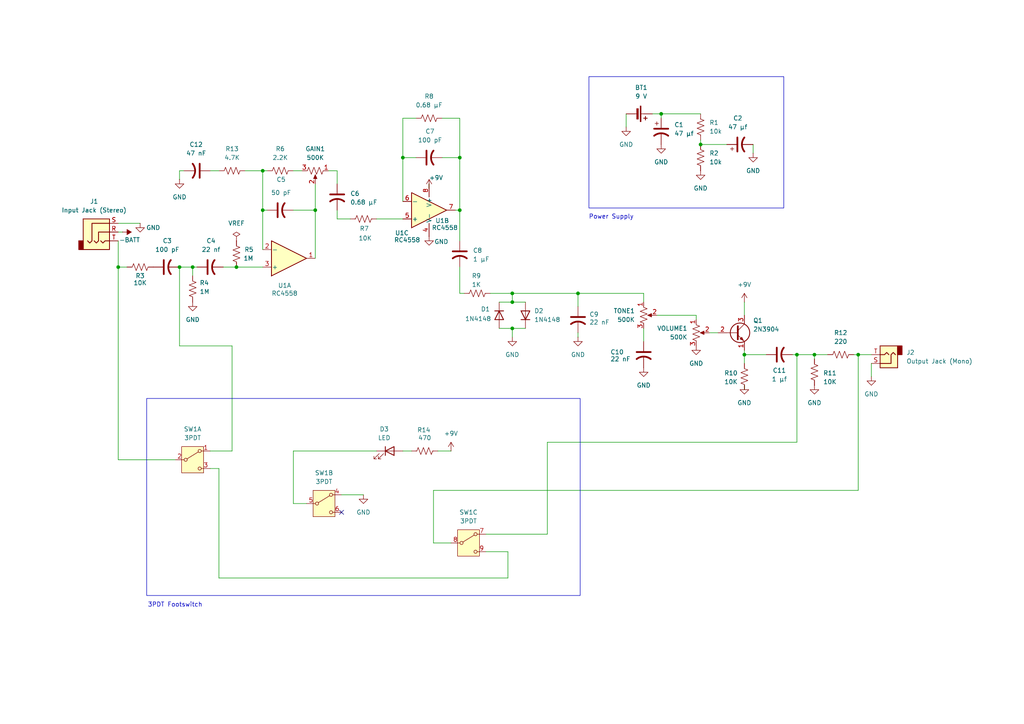
<source format=kicad_sch>
(kicad_sch
	(version 20250114)
	(generator "eeschema")
	(generator_version "9.0")
	(uuid "c44efc98-3978-4218-85d5-aba87fbd8940")
	(paper "A4")
	(lib_symbols
		(symbol "Amplifier_Operational:RC4558"
			(pin_names
				(offset 0.127)
			)
			(exclude_from_sim no)
			(in_bom yes)
			(on_board yes)
			(property "Reference" "U1"
				(at -1.27 7.874 0)
				(effects
					(font
						(size 1.27 1.27)
					)
				)
			)
			(property "Value" "RC4558"
				(at -1.27 10.16 0)
				(effects
					(font
						(size 1.27 1.27)
					)
				)
			)
			(property "Footprint" "Package_SO:SOIC-8_3.9x4.9mm_P1.27mm"
				(at 0 0 0)
				(effects
					(font
						(size 1.27 1.27)
					)
					(hide yes)
				)
			)
			(property "Datasheet" "http://www.ti.com/lit/ds/symlink/rc4558.pdf"
				(at 0 0 0)
				(effects
					(font
						(size 1.27 1.27)
					)
					(hide yes)
				)
			)
			(property "Description" "Dual General Purpose, Operational Amplifier, DIP-8/SOIC-8/SSOP-8"
				(at 0 0 0)
				(effects
					(font
						(size 1.27 1.27)
					)
					(hide yes)
				)
			)
			(property "ki_locked" ""
				(at 0 0 0)
				(effects
					(font
						(size 1.27 1.27)
					)
				)
			)
			(property "ki_keywords" "dual opamp"
				(at 0 0 0)
				(effects
					(font
						(size 1.27 1.27)
					)
					(hide yes)
				)
			)
			(property "ki_fp_filters" "SOIC*3.9x4.9mm*P1.27mm* DIP*W7.62mm* TO*99* OnSemi*Micro8* TSSOP*3x3mm*P0.65mm* TSSOP*4.4x3mm*P0.65mm* MSOP*3x3mm*P0.65mm* SSOP*3.9x4.9mm*P0.635mm* LFCSP*2x2mm*P0.5mm* *SIP* SOIC*5.3x6.2mm*P1.27mm*"
				(at 0 0 0)
				(effects
					(font
						(size 1.27 1.27)
					)
					(hide yes)
				)
			)
			(symbol "RC4558_1_1"
				(polyline
					(pts
						(xy -5.08 5.08) (xy 5.08 0) (xy -5.08 -5.08) (xy -5.08 5.08)
					)
					(stroke
						(width 0.254)
						(type default)
					)
					(fill
						(type background)
					)
				)
				(pin input line
					(at -7.62 2.54 0)
					(length 2.54)
					(name "+"
						(effects
							(font
								(size 1.27 1.27)
							)
						)
					)
					(number "3"
						(effects
							(font
								(size 1.27 1.27)
							)
						)
					)
				)
				(pin input line
					(at -7.62 -2.54 0)
					(length 2.54)
					(name "-"
						(effects
							(font
								(size 1.27 1.27)
							)
						)
					)
					(number "2"
						(effects
							(font
								(size 1.27 1.27)
							)
						)
					)
				)
				(pin output line
					(at 7.62 0 180)
					(length 2.54)
					(name "~"
						(effects
							(font
								(size 1.27 1.27)
							)
						)
					)
					(number "1"
						(effects
							(font
								(size 1.27 1.27)
							)
						)
					)
				)
			)
			(symbol "RC4558_2_1"
				(polyline
					(pts
						(xy -5.08 5.08) (xy 5.08 0) (xy -5.08 -5.08) (xy -5.08 5.08)
					)
					(stroke
						(width 0.254)
						(type default)
					)
					(fill
						(type background)
					)
				)
				(pin input line
					(at -7.62 2.54 0)
					(length 2.54)
					(name "+"
						(effects
							(font
								(size 1.27 1.27)
							)
						)
					)
					(number "5"
						(effects
							(font
								(size 1.27 1.27)
							)
						)
					)
				)
				(pin input line
					(at -7.62 -2.54 0)
					(length 2.54)
					(name "-"
						(effects
							(font
								(size 1.27 1.27)
							)
						)
					)
					(number "6"
						(effects
							(font
								(size 1.27 1.27)
							)
						)
					)
				)
				(pin output line
					(at 7.62 0 180)
					(length 2.54)
					(name "~"
						(effects
							(font
								(size 1.27 1.27)
							)
						)
					)
					(number "7"
						(effects
							(font
								(size 1.27 1.27)
							)
						)
					)
				)
			)
			(symbol "RC4558_3_1"
				(pin power_in line
					(at -2.54 7.62 270)
					(length 3.81)
					(name "V+"
						(effects
							(font
								(size 1.27 1.27)
							)
						)
					)
					(number "8"
						(effects
							(font
								(size 1.27 1.27)
							)
						)
					)
				)
				(pin power_in line
					(at -2.54 -7.62 90)
					(length 3.81)
					(name "V-"
						(effects
							(font
								(size 1.27 1.27)
							)
						)
					)
					(number "4"
						(effects
							(font
								(size 1.27 1.27)
							)
						)
					)
				)
			)
			(embedded_fonts no)
		)
		(symbol "Connector_Audio:AudioJack2"
			(exclude_from_sim no)
			(in_bom yes)
			(on_board yes)
			(property "Reference" "J"
				(at 0 8.89 0)
				(effects
					(font
						(size 1.27 1.27)
					)
				)
			)
			(property "Value" "AudioJack2"
				(at 0 6.35 0)
				(effects
					(font
						(size 1.27 1.27)
					)
				)
			)
			(property "Footprint" ""
				(at 0 0 0)
				(effects
					(font
						(size 1.27 1.27)
					)
					(hide yes)
				)
			)
			(property "Datasheet" "~"
				(at 0 0 0)
				(effects
					(font
						(size 1.27 1.27)
					)
					(hide yes)
				)
			)
			(property "Description" "Audio Jack, 2 Poles (Mono / TS)"
				(at 0 0 0)
				(effects
					(font
						(size 1.27 1.27)
					)
					(hide yes)
				)
			)
			(property "ki_keywords" "audio jack receptacle mono phone headphone TS connector"
				(at 0 0 0)
				(effects
					(font
						(size 1.27 1.27)
					)
					(hide yes)
				)
			)
			(property "ki_fp_filters" "Jack*"
				(at 0 0 0)
				(effects
					(font
						(size 1.27 1.27)
					)
					(hide yes)
				)
			)
			(symbol "AudioJack2_0_1"
				(rectangle
					(start -3.81 0)
					(end -2.54 -2.54)
					(stroke
						(width 0.254)
						(type default)
					)
					(fill
						(type outline)
					)
				)
				(rectangle
					(start -2.54 3.81)
					(end 2.54 -2.54)
					(stroke
						(width 0.254)
						(type default)
					)
					(fill
						(type background)
					)
				)
				(polyline
					(pts
						(xy 0 0) (xy 0.635 -0.635) (xy 1.27 0) (xy 2.54 0)
					)
					(stroke
						(width 0.254)
						(type default)
					)
					(fill
						(type none)
					)
				)
				(polyline
					(pts
						(xy 2.54 2.54) (xy -0.635 2.54) (xy -0.635 0) (xy -1.27 -0.635) (xy -1.905 0)
					)
					(stroke
						(width 0.254)
						(type default)
					)
					(fill
						(type none)
					)
				)
			)
			(symbol "AudioJack2_1_1"
				(pin passive line
					(at 5.08 2.54 180)
					(length 2.54)
					(name "~"
						(effects
							(font
								(size 1.27 1.27)
							)
						)
					)
					(number "S"
						(effects
							(font
								(size 1.27 1.27)
							)
						)
					)
				)
				(pin passive line
					(at 5.08 0 180)
					(length 2.54)
					(name "~"
						(effects
							(font
								(size 1.27 1.27)
							)
						)
					)
					(number "T"
						(effects
							(font
								(size 1.27 1.27)
							)
						)
					)
				)
			)
			(embedded_fonts no)
		)
		(symbol "Connector_Audio:AudioJack3"
			(exclude_from_sim no)
			(in_bom yes)
			(on_board yes)
			(property "Reference" "J"
				(at 0 8.89 0)
				(effects
					(font
						(size 1.27 1.27)
					)
				)
			)
			(property "Value" "AudioJack3"
				(at 0 6.35 0)
				(effects
					(font
						(size 1.27 1.27)
					)
				)
			)
			(property "Footprint" ""
				(at 0 0 0)
				(effects
					(font
						(size 1.27 1.27)
					)
					(hide yes)
				)
			)
			(property "Datasheet" "~"
				(at 0 0 0)
				(effects
					(font
						(size 1.27 1.27)
					)
					(hide yes)
				)
			)
			(property "Description" "Audio Jack, 3 Poles (Stereo / TRS)"
				(at 0 0 0)
				(effects
					(font
						(size 1.27 1.27)
					)
					(hide yes)
				)
			)
			(property "ki_keywords" "audio jack receptacle stereo headphones phones TRS connector"
				(at 0 0 0)
				(effects
					(font
						(size 1.27 1.27)
					)
					(hide yes)
				)
			)
			(property "ki_fp_filters" "Jack*"
				(at 0 0 0)
				(effects
					(font
						(size 1.27 1.27)
					)
					(hide yes)
				)
			)
			(symbol "AudioJack3_0_1"
				(rectangle
					(start -5.08 -5.08)
					(end -6.35 -2.54)
					(stroke
						(width 0.254)
						(type default)
					)
					(fill
						(type outline)
					)
				)
				(polyline
					(pts
						(xy -1.905 -2.54) (xy -1.27 -3.175) (xy -0.635 -2.54) (xy -0.635 0) (xy 2.54 0)
					)
					(stroke
						(width 0.254)
						(type default)
					)
					(fill
						(type none)
					)
				)
				(polyline
					(pts
						(xy 0 -2.54) (xy 0.635 -3.175) (xy 1.27 -2.54) (xy 2.54 -2.54)
					)
					(stroke
						(width 0.254)
						(type default)
					)
					(fill
						(type none)
					)
				)
				(rectangle
					(start 2.54 3.81)
					(end -5.08 -5.08)
					(stroke
						(width 0.254)
						(type default)
					)
					(fill
						(type background)
					)
				)
				(polyline
					(pts
						(xy 2.54 2.54) (xy -2.54 2.54) (xy -2.54 -2.54) (xy -3.175 -3.175) (xy -3.81 -2.54)
					)
					(stroke
						(width 0.254)
						(type default)
					)
					(fill
						(type none)
					)
				)
			)
			(symbol "AudioJack3_1_1"
				(pin passive line
					(at 5.08 2.54 180)
					(length 2.54)
					(name "~"
						(effects
							(font
								(size 1.27 1.27)
							)
						)
					)
					(number "S"
						(effects
							(font
								(size 1.27 1.27)
							)
						)
					)
				)
				(pin passive line
					(at 5.08 0 180)
					(length 2.54)
					(name "~"
						(effects
							(font
								(size 1.27 1.27)
							)
						)
					)
					(number "R"
						(effects
							(font
								(size 1.27 1.27)
							)
						)
					)
				)
				(pin passive line
					(at 5.08 -2.54 180)
					(length 2.54)
					(name "~"
						(effects
							(font
								(size 1.27 1.27)
							)
						)
					)
					(number "T"
						(effects
							(font
								(size 1.27 1.27)
							)
						)
					)
				)
			)
			(embedded_fonts no)
		)
		(symbol "Device:Battery_Cell"
			(pin_numbers
				(hide yes)
			)
			(pin_names
				(offset 0)
				(hide yes)
			)
			(exclude_from_sim no)
			(in_bom yes)
			(on_board yes)
			(property "Reference" "BT"
				(at 2.54 2.54 0)
				(effects
					(font
						(size 1.27 1.27)
					)
					(justify left)
				)
			)
			(property "Value" "Battery_Cell"
				(at 2.54 0 0)
				(effects
					(font
						(size 1.27 1.27)
					)
					(justify left)
				)
			)
			(property "Footprint" ""
				(at 0 1.524 90)
				(effects
					(font
						(size 1.27 1.27)
					)
					(hide yes)
				)
			)
			(property "Datasheet" "~"
				(at 0 1.524 90)
				(effects
					(font
						(size 1.27 1.27)
					)
					(hide yes)
				)
			)
			(property "Description" "Single-cell battery"
				(at 0 0 0)
				(effects
					(font
						(size 1.27 1.27)
					)
					(hide yes)
				)
			)
			(property "ki_keywords" "battery cell"
				(at 0 0 0)
				(effects
					(font
						(size 1.27 1.27)
					)
					(hide yes)
				)
			)
			(symbol "Battery_Cell_0_1"
				(rectangle
					(start -2.286 1.778)
					(end 2.286 1.524)
					(stroke
						(width 0)
						(type default)
					)
					(fill
						(type outline)
					)
				)
				(rectangle
					(start -1.524 1.016)
					(end 1.524 0.508)
					(stroke
						(width 0)
						(type default)
					)
					(fill
						(type outline)
					)
				)
				(polyline
					(pts
						(xy 0 1.778) (xy 0 2.54)
					)
					(stroke
						(width 0)
						(type default)
					)
					(fill
						(type none)
					)
				)
				(polyline
					(pts
						(xy 0 0.762) (xy 0 0)
					)
					(stroke
						(width 0)
						(type default)
					)
					(fill
						(type none)
					)
				)
				(polyline
					(pts
						(xy 0.762 3.048) (xy 1.778 3.048)
					)
					(stroke
						(width 0.254)
						(type default)
					)
					(fill
						(type none)
					)
				)
				(polyline
					(pts
						(xy 1.27 3.556) (xy 1.27 2.54)
					)
					(stroke
						(width 0.254)
						(type default)
					)
					(fill
						(type none)
					)
				)
			)
			(symbol "Battery_Cell_1_1"
				(pin passive line
					(at 0 5.08 270)
					(length 2.54)
					(name "+"
						(effects
							(font
								(size 1.27 1.27)
							)
						)
					)
					(number "1"
						(effects
							(font
								(size 1.27 1.27)
							)
						)
					)
				)
				(pin passive line
					(at 0 -2.54 90)
					(length 2.54)
					(name "-"
						(effects
							(font
								(size 1.27 1.27)
							)
						)
					)
					(number "2"
						(effects
							(font
								(size 1.27 1.27)
							)
						)
					)
				)
			)
			(embedded_fonts no)
		)
		(symbol "Device:C_Polarized_US"
			(pin_numbers
				(hide yes)
			)
			(pin_names
				(offset 0.254)
				(hide yes)
			)
			(exclude_from_sim no)
			(in_bom yes)
			(on_board yes)
			(property "Reference" "C"
				(at 0.635 2.54 0)
				(effects
					(font
						(size 1.27 1.27)
					)
					(justify left)
				)
			)
			(property "Value" "C_Polarized_US"
				(at 0.635 -2.54 0)
				(effects
					(font
						(size 1.27 1.27)
					)
					(justify left)
				)
			)
			(property "Footprint" ""
				(at 0 0 0)
				(effects
					(font
						(size 1.27 1.27)
					)
					(hide yes)
				)
			)
			(property "Datasheet" "~"
				(at 0 0 0)
				(effects
					(font
						(size 1.27 1.27)
					)
					(hide yes)
				)
			)
			(property "Description" "Polarized capacitor, US symbol"
				(at 0 0 0)
				(effects
					(font
						(size 1.27 1.27)
					)
					(hide yes)
				)
			)
			(property "ki_keywords" "cap capacitor"
				(at 0 0 0)
				(effects
					(font
						(size 1.27 1.27)
					)
					(hide yes)
				)
			)
			(property "ki_fp_filters" "CP_*"
				(at 0 0 0)
				(effects
					(font
						(size 1.27 1.27)
					)
					(hide yes)
				)
			)
			(symbol "C_Polarized_US_0_1"
				(polyline
					(pts
						(xy -2.032 0.762) (xy 2.032 0.762)
					)
					(stroke
						(width 0.508)
						(type default)
					)
					(fill
						(type none)
					)
				)
				(polyline
					(pts
						(xy -1.778 2.286) (xy -0.762 2.286)
					)
					(stroke
						(width 0)
						(type default)
					)
					(fill
						(type none)
					)
				)
				(polyline
					(pts
						(xy -1.27 1.778) (xy -1.27 2.794)
					)
					(stroke
						(width 0)
						(type default)
					)
					(fill
						(type none)
					)
				)
				(arc
					(start -2.032 -1.27)
					(mid 0 -0.5572)
					(end 2.032 -1.27)
					(stroke
						(width 0.508)
						(type default)
					)
					(fill
						(type none)
					)
				)
			)
			(symbol "C_Polarized_US_1_1"
				(pin passive line
					(at 0 3.81 270)
					(length 2.794)
					(name "~"
						(effects
							(font
								(size 1.27 1.27)
							)
						)
					)
					(number "1"
						(effects
							(font
								(size 1.27 1.27)
							)
						)
					)
				)
				(pin passive line
					(at 0 -3.81 90)
					(length 3.302)
					(name "~"
						(effects
							(font
								(size 1.27 1.27)
							)
						)
					)
					(number "2"
						(effects
							(font
								(size 1.27 1.27)
							)
						)
					)
				)
			)
			(embedded_fonts no)
		)
		(symbol "Device:C_US"
			(pin_numbers
				(hide yes)
			)
			(pin_names
				(offset 0.254)
				(hide yes)
			)
			(exclude_from_sim no)
			(in_bom yes)
			(on_board yes)
			(property "Reference" "C"
				(at 0.635 2.54 0)
				(effects
					(font
						(size 1.27 1.27)
					)
					(justify left)
				)
			)
			(property "Value" "C_US"
				(at 0.635 -2.54 0)
				(effects
					(font
						(size 1.27 1.27)
					)
					(justify left)
				)
			)
			(property "Footprint" ""
				(at 0 0 0)
				(effects
					(font
						(size 1.27 1.27)
					)
					(hide yes)
				)
			)
			(property "Datasheet" ""
				(at 0 0 0)
				(effects
					(font
						(size 1.27 1.27)
					)
					(hide yes)
				)
			)
			(property "Description" "capacitor, US symbol"
				(at 0 0 0)
				(effects
					(font
						(size 1.27 1.27)
					)
					(hide yes)
				)
			)
			(property "ki_keywords" "cap capacitor"
				(at 0 0 0)
				(effects
					(font
						(size 1.27 1.27)
					)
					(hide yes)
				)
			)
			(property "ki_fp_filters" "C_*"
				(at 0 0 0)
				(effects
					(font
						(size 1.27 1.27)
					)
					(hide yes)
				)
			)
			(symbol "C_US_0_1"
				(polyline
					(pts
						(xy -2.032 0.762) (xy 2.032 0.762)
					)
					(stroke
						(width 0.508)
						(type default)
					)
					(fill
						(type none)
					)
				)
				(arc
					(start -2.032 -1.27)
					(mid 0 -0.5572)
					(end 2.032 -1.27)
					(stroke
						(width 0.508)
						(type default)
					)
					(fill
						(type none)
					)
				)
			)
			(symbol "C_US_1_1"
				(pin passive line
					(at 0 3.81 270)
					(length 2.794)
					(name "~"
						(effects
							(font
								(size 1.27 1.27)
							)
						)
					)
					(number "1"
						(effects
							(font
								(size 1.27 1.27)
							)
						)
					)
				)
				(pin passive line
					(at 0 -3.81 90)
					(length 3.302)
					(name "~"
						(effects
							(font
								(size 1.27 1.27)
							)
						)
					)
					(number "2"
						(effects
							(font
								(size 1.27 1.27)
							)
						)
					)
				)
			)
			(embedded_fonts no)
		)
		(symbol "Device:D"
			(pin_numbers
				(hide yes)
			)
			(pin_names
				(offset 1.016)
				(hide yes)
			)
			(exclude_from_sim no)
			(in_bom yes)
			(on_board yes)
			(property "Reference" "D"
				(at 0 2.54 0)
				(effects
					(font
						(size 1.27 1.27)
					)
				)
			)
			(property "Value" "D"
				(at 0 -2.54 0)
				(effects
					(font
						(size 1.27 1.27)
					)
				)
			)
			(property "Footprint" ""
				(at 0 0 0)
				(effects
					(font
						(size 1.27 1.27)
					)
					(hide yes)
				)
			)
			(property "Datasheet" "~"
				(at 0 0 0)
				(effects
					(font
						(size 1.27 1.27)
					)
					(hide yes)
				)
			)
			(property "Description" "Diode"
				(at 0 0 0)
				(effects
					(font
						(size 1.27 1.27)
					)
					(hide yes)
				)
			)
			(property "Sim.Device" "D"
				(at 0 0 0)
				(effects
					(font
						(size 1.27 1.27)
					)
					(hide yes)
				)
			)
			(property "Sim.Pins" "1=K 2=A"
				(at 0 0 0)
				(effects
					(font
						(size 1.27 1.27)
					)
					(hide yes)
				)
			)
			(property "ki_keywords" "diode"
				(at 0 0 0)
				(effects
					(font
						(size 1.27 1.27)
					)
					(hide yes)
				)
			)
			(property "ki_fp_filters" "TO-???* *_Diode_* *SingleDiode* D_*"
				(at 0 0 0)
				(effects
					(font
						(size 1.27 1.27)
					)
					(hide yes)
				)
			)
			(symbol "D_0_1"
				(polyline
					(pts
						(xy -1.27 1.27) (xy -1.27 -1.27)
					)
					(stroke
						(width 0.254)
						(type default)
					)
					(fill
						(type none)
					)
				)
				(polyline
					(pts
						(xy 1.27 1.27) (xy 1.27 -1.27) (xy -1.27 0) (xy 1.27 1.27)
					)
					(stroke
						(width 0.254)
						(type default)
					)
					(fill
						(type none)
					)
				)
				(polyline
					(pts
						(xy 1.27 0) (xy -1.27 0)
					)
					(stroke
						(width 0)
						(type default)
					)
					(fill
						(type none)
					)
				)
			)
			(symbol "D_1_1"
				(pin passive line
					(at -3.81 0 0)
					(length 2.54)
					(name "K"
						(effects
							(font
								(size 1.27 1.27)
							)
						)
					)
					(number "1"
						(effects
							(font
								(size 1.27 1.27)
							)
						)
					)
				)
				(pin passive line
					(at 3.81 0 180)
					(length 2.54)
					(name "A"
						(effects
							(font
								(size 1.27 1.27)
							)
						)
					)
					(number "2"
						(effects
							(font
								(size 1.27 1.27)
							)
						)
					)
				)
			)
			(embedded_fonts no)
		)
		(symbol "Device:LED"
			(pin_numbers
				(hide yes)
			)
			(pin_names
				(offset 1.016)
				(hide yes)
			)
			(exclude_from_sim no)
			(in_bom yes)
			(on_board yes)
			(property "Reference" "D"
				(at 0 2.54 0)
				(effects
					(font
						(size 1.27 1.27)
					)
				)
			)
			(property "Value" "LED"
				(at 0 -2.54 0)
				(effects
					(font
						(size 1.27 1.27)
					)
				)
			)
			(property "Footprint" ""
				(at 0 0 0)
				(effects
					(font
						(size 1.27 1.27)
					)
					(hide yes)
				)
			)
			(property "Datasheet" "~"
				(at 0 0 0)
				(effects
					(font
						(size 1.27 1.27)
					)
					(hide yes)
				)
			)
			(property "Description" "Light emitting diode"
				(at 0 0 0)
				(effects
					(font
						(size 1.27 1.27)
					)
					(hide yes)
				)
			)
			(property "Sim.Pins" "1=K 2=A"
				(at 0 0 0)
				(effects
					(font
						(size 1.27 1.27)
					)
					(hide yes)
				)
			)
			(property "ki_keywords" "LED diode"
				(at 0 0 0)
				(effects
					(font
						(size 1.27 1.27)
					)
					(hide yes)
				)
			)
			(property "ki_fp_filters" "LED* LED_SMD:* LED_THT:*"
				(at 0 0 0)
				(effects
					(font
						(size 1.27 1.27)
					)
					(hide yes)
				)
			)
			(symbol "LED_0_1"
				(polyline
					(pts
						(xy -3.048 -0.762) (xy -4.572 -2.286) (xy -3.81 -2.286) (xy -4.572 -2.286) (xy -4.572 -1.524)
					)
					(stroke
						(width 0)
						(type default)
					)
					(fill
						(type none)
					)
				)
				(polyline
					(pts
						(xy -1.778 -0.762) (xy -3.302 -2.286) (xy -2.54 -2.286) (xy -3.302 -2.286) (xy -3.302 -1.524)
					)
					(stroke
						(width 0)
						(type default)
					)
					(fill
						(type none)
					)
				)
				(polyline
					(pts
						(xy -1.27 0) (xy 1.27 0)
					)
					(stroke
						(width 0)
						(type default)
					)
					(fill
						(type none)
					)
				)
				(polyline
					(pts
						(xy -1.27 -1.27) (xy -1.27 1.27)
					)
					(stroke
						(width 0.254)
						(type default)
					)
					(fill
						(type none)
					)
				)
				(polyline
					(pts
						(xy 1.27 -1.27) (xy 1.27 1.27) (xy -1.27 0) (xy 1.27 -1.27)
					)
					(stroke
						(width 0.254)
						(type default)
					)
					(fill
						(type none)
					)
				)
			)
			(symbol "LED_1_1"
				(pin passive line
					(at -3.81 0 0)
					(length 2.54)
					(name "K"
						(effects
							(font
								(size 1.27 1.27)
							)
						)
					)
					(number "1"
						(effects
							(font
								(size 1.27 1.27)
							)
						)
					)
				)
				(pin passive line
					(at 3.81 0 180)
					(length 2.54)
					(name "A"
						(effects
							(font
								(size 1.27 1.27)
							)
						)
					)
					(number "2"
						(effects
							(font
								(size 1.27 1.27)
							)
						)
					)
				)
			)
			(embedded_fonts no)
		)
		(symbol "Device:R_Potentiometer_US"
			(pin_names
				(offset 1.016)
				(hide yes)
			)
			(exclude_from_sim no)
			(in_bom yes)
			(on_board yes)
			(property "Reference" "RV"
				(at -4.445 0 90)
				(effects
					(font
						(size 1.27 1.27)
					)
				)
			)
			(property "Value" "R_Potentiometer_US"
				(at -2.54 0 90)
				(effects
					(font
						(size 1.27 1.27)
					)
				)
			)
			(property "Footprint" ""
				(at 0 0 0)
				(effects
					(font
						(size 1.27 1.27)
					)
					(hide yes)
				)
			)
			(property "Datasheet" "~"
				(at 0 0 0)
				(effects
					(font
						(size 1.27 1.27)
					)
					(hide yes)
				)
			)
			(property "Description" "Potentiometer, US symbol"
				(at 0 0 0)
				(effects
					(font
						(size 1.27 1.27)
					)
					(hide yes)
				)
			)
			(property "ki_keywords" "resistor variable"
				(at 0 0 0)
				(effects
					(font
						(size 1.27 1.27)
					)
					(hide yes)
				)
			)
			(property "ki_fp_filters" "Potentiometer*"
				(at 0 0 0)
				(effects
					(font
						(size 1.27 1.27)
					)
					(hide yes)
				)
			)
			(symbol "R_Potentiometer_US_0_1"
				(polyline
					(pts
						(xy 0 2.54) (xy 0 2.286)
					)
					(stroke
						(width 0)
						(type default)
					)
					(fill
						(type none)
					)
				)
				(polyline
					(pts
						(xy 0 2.286) (xy 1.016 1.905) (xy 0 1.524) (xy -1.016 1.143) (xy 0 0.762)
					)
					(stroke
						(width 0)
						(type default)
					)
					(fill
						(type none)
					)
				)
				(polyline
					(pts
						(xy 0 0.762) (xy 1.016 0.381) (xy 0 0) (xy -1.016 -0.381) (xy 0 -0.762)
					)
					(stroke
						(width 0)
						(type default)
					)
					(fill
						(type none)
					)
				)
				(polyline
					(pts
						(xy 0 -0.762) (xy 1.016 -1.143) (xy 0 -1.524) (xy -1.016 -1.905) (xy 0 -2.286)
					)
					(stroke
						(width 0)
						(type default)
					)
					(fill
						(type none)
					)
				)
				(polyline
					(pts
						(xy 0 -2.286) (xy 0 -2.54)
					)
					(stroke
						(width 0)
						(type default)
					)
					(fill
						(type none)
					)
				)
				(polyline
					(pts
						(xy 1.143 0) (xy 2.286 0.508) (xy 2.286 -0.508) (xy 1.143 0)
					)
					(stroke
						(width 0)
						(type default)
					)
					(fill
						(type outline)
					)
				)
				(polyline
					(pts
						(xy 2.54 0) (xy 1.524 0)
					)
					(stroke
						(width 0)
						(type default)
					)
					(fill
						(type none)
					)
				)
			)
			(symbol "R_Potentiometer_US_1_1"
				(pin passive line
					(at 0 3.81 270)
					(length 1.27)
					(name "1"
						(effects
							(font
								(size 1.27 1.27)
							)
						)
					)
					(number "1"
						(effects
							(font
								(size 1.27 1.27)
							)
						)
					)
				)
				(pin passive line
					(at 0 -3.81 90)
					(length 1.27)
					(name "3"
						(effects
							(font
								(size 1.27 1.27)
							)
						)
					)
					(number "3"
						(effects
							(font
								(size 1.27 1.27)
							)
						)
					)
				)
				(pin passive line
					(at 3.81 0 180)
					(length 1.27)
					(name "2"
						(effects
							(font
								(size 1.27 1.27)
							)
						)
					)
					(number "2"
						(effects
							(font
								(size 1.27 1.27)
							)
						)
					)
				)
			)
			(embedded_fonts no)
		)
		(symbol "Device:R_US"
			(pin_numbers
				(hide yes)
			)
			(pin_names
				(offset 0)
			)
			(exclude_from_sim no)
			(in_bom yes)
			(on_board yes)
			(property "Reference" "R"
				(at 2.54 0 90)
				(effects
					(font
						(size 1.27 1.27)
					)
				)
			)
			(property "Value" "R_US"
				(at -2.54 0 90)
				(effects
					(font
						(size 1.27 1.27)
					)
				)
			)
			(property "Footprint" ""
				(at 1.016 -0.254 90)
				(effects
					(font
						(size 1.27 1.27)
					)
					(hide yes)
				)
			)
			(property "Datasheet" "~"
				(at 0 0 0)
				(effects
					(font
						(size 1.27 1.27)
					)
					(hide yes)
				)
			)
			(property "Description" "Resistor, US symbol"
				(at 0 0 0)
				(effects
					(font
						(size 1.27 1.27)
					)
					(hide yes)
				)
			)
			(property "ki_keywords" "R res resistor"
				(at 0 0 0)
				(effects
					(font
						(size 1.27 1.27)
					)
					(hide yes)
				)
			)
			(property "ki_fp_filters" "R_*"
				(at 0 0 0)
				(effects
					(font
						(size 1.27 1.27)
					)
					(hide yes)
				)
			)
			(symbol "R_US_0_1"
				(polyline
					(pts
						(xy 0 2.286) (xy 0 2.54)
					)
					(stroke
						(width 0)
						(type default)
					)
					(fill
						(type none)
					)
				)
				(polyline
					(pts
						(xy 0 2.286) (xy 1.016 1.905) (xy 0 1.524) (xy -1.016 1.143) (xy 0 0.762)
					)
					(stroke
						(width 0)
						(type default)
					)
					(fill
						(type none)
					)
				)
				(polyline
					(pts
						(xy 0 0.762) (xy 1.016 0.381) (xy 0 0) (xy -1.016 -0.381) (xy 0 -0.762)
					)
					(stroke
						(width 0)
						(type default)
					)
					(fill
						(type none)
					)
				)
				(polyline
					(pts
						(xy 0 -0.762) (xy 1.016 -1.143) (xy 0 -1.524) (xy -1.016 -1.905) (xy 0 -2.286)
					)
					(stroke
						(width 0)
						(type default)
					)
					(fill
						(type none)
					)
				)
				(polyline
					(pts
						(xy 0 -2.286) (xy 0 -2.54)
					)
					(stroke
						(width 0)
						(type default)
					)
					(fill
						(type none)
					)
				)
			)
			(symbol "R_US_1_1"
				(pin passive line
					(at 0 3.81 270)
					(length 1.27)
					(name "~"
						(effects
							(font
								(size 1.27 1.27)
							)
						)
					)
					(number "1"
						(effects
							(font
								(size 1.27 1.27)
							)
						)
					)
				)
				(pin passive line
					(at 0 -3.81 90)
					(length 1.27)
					(name "~"
						(effects
							(font
								(size 1.27 1.27)
							)
						)
					)
					(number "2"
						(effects
							(font
								(size 1.27 1.27)
							)
						)
					)
				)
			)
			(embedded_fonts no)
		)
		(symbol "New_Library:SW_SPDT_Modified"
			(pin_names
				(offset 0)
				(hide yes)
			)
			(exclude_from_sim no)
			(in_bom yes)
			(on_board yes)
			(property "Reference" "SW1"
				(at 0 8.89 0)
				(effects
					(font
						(size 1.27 1.27)
					)
				)
			)
			(property "Value" "3PDT"
				(at 0 6.35 0)
				(effects
					(font
						(size 1.27 1.27)
					)
				)
			)
			(property "Footprint" "Button_Switch_THT:3PDT_Footswitch"
				(at 0 0 0)
				(effects
					(font
						(size 1.27 1.27)
					)
					(hide yes)
				)
			)
			(property "Datasheet" "~"
				(at 0 -7.62 0)
				(effects
					(font
						(size 1.27 1.27)
					)
					(hide yes)
				)
			)
			(property "Description" "Switch, single pole double throw"
				(at 0 0 0)
				(effects
					(font
						(size 1.27 1.27)
					)
					(hide yes)
				)
			)
			(property "ki_keywords" "switch single-pole double-throw spdt ON-ON"
				(at 0 0 0)
				(effects
					(font
						(size 1.27 1.27)
					)
					(hide yes)
				)
			)
			(symbol "SW_SPDT_Modified_0_1"
				(circle
					(center -2.032 0)
					(radius 0.4572)
					(stroke
						(width 0)
						(type default)
					)
					(fill
						(type none)
					)
				)
				(polyline
					(pts
						(xy -1.651 0.254) (xy 1.651 2.286)
					)
					(stroke
						(width 0)
						(type default)
					)
					(fill
						(type none)
					)
				)
				(circle
					(center 2.032 2.54)
					(radius 0.4572)
					(stroke
						(width 0)
						(type default)
					)
					(fill
						(type none)
					)
				)
				(circle
					(center 2.032 -2.54)
					(radius 0.4572)
					(stroke
						(width 0)
						(type default)
					)
					(fill
						(type none)
					)
				)
			)
			(symbol "SW_SPDT_Modified_1_1"
				(rectangle
					(start -3.175 3.81)
					(end 3.175 -3.81)
					(stroke
						(width 0)
						(type default)
					)
					(fill
						(type background)
					)
				)
				(pin passive line
					(at -5.08 0 0)
					(length 2.54)
					(name "B"
						(effects
							(font
								(size 1.27 1.27)
							)
						)
					)
					(number "2"
						(effects
							(font
								(size 1.27 1.27)
							)
						)
					)
				)
				(pin passive line
					(at 5.08 2.54 180)
					(length 2.54)
					(name "A"
						(effects
							(font
								(size 1.27 1.27)
							)
						)
					)
					(number "1"
						(effects
							(font
								(size 1.27 1.27)
							)
						)
					)
				)
				(pin passive line
					(at 5.08 -2.54 180)
					(length 2.54)
					(name "C"
						(effects
							(font
								(size 1.27 1.27)
							)
						)
					)
					(number "3"
						(effects
							(font
								(size 1.27 1.27)
							)
						)
					)
				)
			)
			(symbol "SW_SPDT_Modified_2_1"
				(rectangle
					(start -3.175 3.81)
					(end 3.175 -3.81)
					(stroke
						(width 0)
						(type default)
					)
					(fill
						(type background)
					)
				)
				(pin passive line
					(at -5.08 0 0)
					(length 2.54)
					(name "B"
						(effects
							(font
								(size 1.27 1.27)
							)
						)
					)
					(number "5"
						(effects
							(font
								(size 1.27 1.27)
							)
						)
					)
				)
				(pin passive line
					(at 5.08 2.54 180)
					(length 2.54)
					(name "A"
						(effects
							(font
								(size 1.27 1.27)
							)
						)
					)
					(number "4"
						(effects
							(font
								(size 1.27 1.27)
							)
						)
					)
				)
				(pin passive line
					(at 5.08 -2.54 180)
					(length 2.54)
					(name "C"
						(effects
							(font
								(size 1.27 1.27)
							)
						)
					)
					(number "6"
						(effects
							(font
								(size 1.27 1.27)
							)
						)
					)
				)
			)
			(symbol "SW_SPDT_Modified_3_1"
				(rectangle
					(start -3.175 3.81)
					(end 3.175 -3.81)
					(stroke
						(width 0)
						(type default)
					)
					(fill
						(type background)
					)
				)
				(pin passive line
					(at -5.08 0 0)
					(length 2.54)
					(name "B"
						(effects
							(font
								(size 1.27 1.27)
							)
						)
					)
					(number "8"
						(effects
							(font
								(size 1.27 1.27)
							)
						)
					)
				)
				(pin passive line
					(at 5.08 2.54 180)
					(length 2.54)
					(name "A"
						(effects
							(font
								(size 1.27 1.27)
							)
						)
					)
					(number "7"
						(effects
							(font
								(size 1.27 1.27)
							)
						)
					)
				)
				(pin passive line
					(at 5.08 -2.54 180)
					(length 2.54)
					(name "C"
						(effects
							(font
								(size 1.27 1.27)
							)
						)
					)
					(number "9"
						(effects
							(font
								(size 1.27 1.27)
							)
						)
					)
				)
			)
			(embedded_fonts no)
		)
		(symbol "RC4558_1"
			(pin_names
				(offset 0.127)
			)
			(exclude_from_sim no)
			(in_bom yes)
			(on_board yes)
			(property "Reference" "U1"
				(at -1.27 7.874 0)
				(effects
					(font
						(size 1.27 1.27)
					)
				)
			)
			(property "Value" "RC4558"
				(at -1.27 10.16 0)
				(effects
					(font
						(size 1.27 1.27)
					)
				)
			)
			(property "Footprint" "Package_SO:SOIC-8_3.9x4.9mm_P1.27mm"
				(at 0 0 0)
				(effects
					(font
						(size 1.27 1.27)
					)
					(hide yes)
				)
			)
			(property "Datasheet" "http://www.ti.com/lit/ds/symlink/rc4558.pdf"
				(at 0 0 0)
				(effects
					(font
						(size 1.27 1.27)
					)
					(hide yes)
				)
			)
			(property "Description" "Dual General Purpose, Operational Amplifier, DIP-8/SOIC-8/SSOP-8"
				(at 0 0 0)
				(effects
					(font
						(size 1.27 1.27)
					)
					(hide yes)
				)
			)
			(property "ki_locked" ""
				(at 0 0 0)
				(effects
					(font
						(size 1.27 1.27)
					)
				)
			)
			(property "ki_keywords" "dual opamp"
				(at 0 0 0)
				(effects
					(font
						(size 1.27 1.27)
					)
					(hide yes)
				)
			)
			(property "ki_fp_filters" "SOIC*3.9x4.9mm*P1.27mm* DIP*W7.62mm* TO*99* OnSemi*Micro8* TSSOP*3x3mm*P0.65mm* TSSOP*4.4x3mm*P0.65mm* MSOP*3x3mm*P0.65mm* SSOP*3.9x4.9mm*P0.635mm* LFCSP*2x2mm*P0.5mm* *SIP* SOIC*5.3x6.2mm*P1.27mm*"
				(at 0 0 0)
				(effects
					(font
						(size 1.27 1.27)
					)
					(hide yes)
				)
			)
			(symbol "RC4558_1_1_1"
				(polyline
					(pts
						(xy -5.08 5.08) (xy 5.08 0) (xy -5.08 -5.08) (xy -5.08 5.08)
					)
					(stroke
						(width 0.254)
						(type default)
					)
					(fill
						(type background)
					)
				)
				(pin input line
					(at -7.62 2.54 0)
					(length 2.54)
					(name "+"
						(effects
							(font
								(size 1.27 1.27)
							)
						)
					)
					(number "3"
						(effects
							(font
								(size 1.27 1.27)
							)
						)
					)
				)
				(pin input line
					(at -7.62 -2.54 0)
					(length 2.54)
					(name "-"
						(effects
							(font
								(size 1.27 1.27)
							)
						)
					)
					(number "2"
						(effects
							(font
								(size 1.27 1.27)
							)
						)
					)
				)
				(pin output line
					(at 7.62 0 180)
					(length 2.54)
					(name "~"
						(effects
							(font
								(size 1.27 1.27)
							)
						)
					)
					(number "1"
						(effects
							(font
								(size 1.27 1.27)
							)
						)
					)
				)
			)
			(symbol "RC4558_1_2_1"
				(polyline
					(pts
						(xy -5.08 5.08) (xy 5.08 0) (xy -5.08 -5.08) (xy -5.08 5.08)
					)
					(stroke
						(width 0.254)
						(type default)
					)
					(fill
						(type background)
					)
				)
				(pin input line
					(at -7.62 2.54 0)
					(length 2.54)
					(name "+"
						(effects
							(font
								(size 1.27 1.27)
							)
						)
					)
					(number "5"
						(effects
							(font
								(size 1.27 1.27)
							)
						)
					)
				)
				(pin input line
					(at -7.62 -2.54 0)
					(length 2.54)
					(name "-"
						(effects
							(font
								(size 1.27 1.27)
							)
						)
					)
					(number "6"
						(effects
							(font
								(size 1.27 1.27)
							)
						)
					)
				)
				(pin output line
					(at 7.62 0 180)
					(length 2.54)
					(name "~"
						(effects
							(font
								(size 1.27 1.27)
							)
						)
					)
					(number "7"
						(effects
							(font
								(size 1.27 1.27)
							)
						)
					)
				)
			)
			(symbol "RC4558_1_3_1"
				(pin power_in line
					(at -2.54 7.62 270)
					(length 3.81)
					(name "V+"
						(effects
							(font
								(size 1.27 1.27)
							)
						)
					)
					(number "8"
						(effects
							(font
								(size 1.27 1.27)
							)
						)
					)
				)
				(pin power_in line
					(at -2.54 -7.62 90)
					(length 3.81)
					(name "V-"
						(effects
							(font
								(size 1.27 1.27)
							)
						)
					)
					(number "4"
						(effects
							(font
								(size 1.27 1.27)
							)
						)
					)
				)
			)
			(embedded_fonts no)
		)
		(symbol "RC4558_2"
			(pin_names
				(offset 0.127)
			)
			(exclude_from_sim no)
			(in_bom yes)
			(on_board yes)
			(property "Reference" "U"
				(at 0 5.08 0)
				(effects
					(font
						(size 1.27 1.27)
					)
					(justify left)
				)
			)
			(property "Value" "RC4558"
				(at 0 -5.08 0)
				(effects
					(font
						(size 1.27 1.27)
					)
					(justify left)
				)
			)
			(property "Footprint" ""
				(at 0 0 0)
				(effects
					(font
						(size 1.27 1.27)
					)
					(hide yes)
				)
			)
			(property "Datasheet" "http://www.ti.com/lit/ds/symlink/rc4558.pdf"
				(at 0 0 0)
				(effects
					(font
						(size 1.27 1.27)
					)
					(hide yes)
				)
			)
			(property "Description" "Dual General Purpose, Operational Amplifier, DIP-8/SOIC-8/SSOP-8"
				(at 0 0 0)
				(effects
					(font
						(size 1.27 1.27)
					)
					(hide yes)
				)
			)
			(property "ki_locked" ""
				(at 0 0 0)
				(effects
					(font
						(size 1.27 1.27)
					)
				)
			)
			(property "ki_keywords" "dual opamp"
				(at 0 0 0)
				(effects
					(font
						(size 1.27 1.27)
					)
					(hide yes)
				)
			)
			(property "ki_fp_filters" "SOIC*3.9x4.9mm*P1.27mm* DIP*W7.62mm* TO*99* OnSemi*Micro8* TSSOP*3x3mm*P0.65mm* TSSOP*4.4x3mm*P0.65mm* MSOP*3x3mm*P0.65mm* SSOP*3.9x4.9mm*P0.635mm* LFCSP*2x2mm*P0.5mm* *SIP* SOIC*5.3x6.2mm*P1.27mm*"
				(at 0 0 0)
				(effects
					(font
						(size 1.27 1.27)
					)
					(hide yes)
				)
			)
			(symbol "RC4558_2_1_1"
				(polyline
					(pts
						(xy -5.08 5.08) (xy 5.08 0) (xy -5.08 -5.08) (xy -5.08 5.08)
					)
					(stroke
						(width 0.254)
						(type default)
					)
					(fill
						(type background)
					)
				)
				(pin input line
					(at -7.62 2.54 0)
					(length 2.54)
					(name "+"
						(effects
							(font
								(size 1.27 1.27)
							)
						)
					)
					(number "3"
						(effects
							(font
								(size 1.27 1.27)
							)
						)
					)
				)
				(pin input line
					(at -7.62 -2.54 0)
					(length 2.54)
					(name "-"
						(effects
							(font
								(size 1.27 1.27)
							)
						)
					)
					(number "2"
						(effects
							(font
								(size 1.27 1.27)
							)
						)
					)
				)
				(pin output line
					(at 7.62 0 180)
					(length 2.54)
					(name "~"
						(effects
							(font
								(size 1.27 1.27)
							)
						)
					)
					(number "1"
						(effects
							(font
								(size 1.27 1.27)
							)
						)
					)
				)
			)
			(symbol "RC4558_2_2_1"
				(polyline
					(pts
						(xy -5.08 5.08) (xy 5.08 0) (xy -5.08 -5.08) (xy -5.08 5.08)
					)
					(stroke
						(width 0.254)
						(type default)
					)
					(fill
						(type background)
					)
				)
				(pin input line
					(at -7.62 2.54 0)
					(length 2.54)
					(name "+"
						(effects
							(font
								(size 1.27 1.27)
							)
						)
					)
					(number "5"
						(effects
							(font
								(size 1.27 1.27)
							)
						)
					)
				)
				(pin input line
					(at -7.62 -2.54 0)
					(length 2.54)
					(name "-"
						(effects
							(font
								(size 1.27 1.27)
							)
						)
					)
					(number "6"
						(effects
							(font
								(size 1.27 1.27)
							)
						)
					)
				)
				(pin output line
					(at 7.62 0 180)
					(length 2.54)
					(name "~"
						(effects
							(font
								(size 1.27 1.27)
							)
						)
					)
					(number "7"
						(effects
							(font
								(size 1.27 1.27)
							)
						)
					)
				)
			)
			(symbol "RC4558_2_3_1"
				(pin power_in line
					(at -2.54 7.62 270)
					(length 3.81)
					(name "V+"
						(effects
							(font
								(size 1.27 1.27)
							)
						)
					)
					(number "8"
						(effects
							(font
								(size 1.27 1.27)
							)
						)
					)
				)
				(pin power_in line
					(at -2.54 -7.62 90)
					(length 3.81)
					(name "V-"
						(effects
							(font
								(size 1.27 1.27)
							)
						)
					)
					(number "4"
						(effects
							(font
								(size 1.27 1.27)
							)
						)
					)
				)
			)
			(embedded_fonts no)
		)
		(symbol "SW_SPDT_Modified_1"
			(pin_names
				(offset 0)
				(hide yes)
			)
			(exclude_from_sim no)
			(in_bom yes)
			(on_board yes)
			(property "Reference" "SW1"
				(at 0 8.89 0)
				(effects
					(font
						(size 1.27 1.27)
					)
				)
			)
			(property "Value" "3PDT"
				(at 0 6.35 0)
				(effects
					(font
						(size 1.27 1.27)
					)
				)
			)
			(property "Footprint" "Button_Switch_THT:3PDT_Footswitch"
				(at 0 0 0)
				(effects
					(font
						(size 1.27 1.27)
					)
					(hide yes)
				)
			)
			(property "Datasheet" "~"
				(at 0 -7.62 0)
				(effects
					(font
						(size 1.27 1.27)
					)
					(hide yes)
				)
			)
			(property "Description" "Switch, single pole double throw"
				(at 0 0 0)
				(effects
					(font
						(size 1.27 1.27)
					)
					(hide yes)
				)
			)
			(property "ki_keywords" "switch single-pole double-throw spdt ON-ON"
				(at 0 0 0)
				(effects
					(font
						(size 1.27 1.27)
					)
					(hide yes)
				)
			)
			(symbol "SW_SPDT_Modified_1_0_1"
				(circle
					(center -2.032 0)
					(radius 0.4572)
					(stroke
						(width 0)
						(type default)
					)
					(fill
						(type none)
					)
				)
				(polyline
					(pts
						(xy -1.651 0.254) (xy 1.651 2.286)
					)
					(stroke
						(width 0)
						(type default)
					)
					(fill
						(type none)
					)
				)
				(circle
					(center 2.032 2.54)
					(radius 0.4572)
					(stroke
						(width 0)
						(type default)
					)
					(fill
						(type none)
					)
				)
				(circle
					(center 2.032 -2.54)
					(radius 0.4572)
					(stroke
						(width 0)
						(type default)
					)
					(fill
						(type none)
					)
				)
			)
			(symbol "SW_SPDT_Modified_1_1_1"
				(rectangle
					(start -3.175 3.81)
					(end 3.175 -3.81)
					(stroke
						(width 0)
						(type default)
					)
					(fill
						(type background)
					)
				)
				(pin passive line
					(at -5.08 0 0)
					(length 2.54)
					(name "B"
						(effects
							(font
								(size 1.27 1.27)
							)
						)
					)
					(number "2"
						(effects
							(font
								(size 1.27 1.27)
							)
						)
					)
				)
				(pin passive line
					(at 5.08 2.54 180)
					(length 2.54)
					(name "A"
						(effects
							(font
								(size 1.27 1.27)
							)
						)
					)
					(number "1"
						(effects
							(font
								(size 1.27 1.27)
							)
						)
					)
				)
				(pin passive line
					(at 5.08 -2.54 180)
					(length 2.54)
					(name "C"
						(effects
							(font
								(size 1.27 1.27)
							)
						)
					)
					(number "3"
						(effects
							(font
								(size 1.27 1.27)
							)
						)
					)
				)
			)
			(symbol "SW_SPDT_Modified_1_2_1"
				(rectangle
					(start -3.175 3.81)
					(end 3.175 -3.81)
					(stroke
						(width 0)
						(type default)
					)
					(fill
						(type background)
					)
				)
				(pin passive line
					(at -5.08 0 0)
					(length 2.54)
					(name "B"
						(effects
							(font
								(size 1.27 1.27)
							)
						)
					)
					(number "5"
						(effects
							(font
								(size 1.27 1.27)
							)
						)
					)
				)
				(pin passive line
					(at 5.08 2.54 180)
					(length 2.54)
					(name "A"
						(effects
							(font
								(size 1.27 1.27)
							)
						)
					)
					(number "4"
						(effects
							(font
								(size 1.27 1.27)
							)
						)
					)
				)
				(pin passive line
					(at 5.08 -2.54 180)
					(length 2.54)
					(name "C"
						(effects
							(font
								(size 1.27 1.27)
							)
						)
					)
					(number "6"
						(effects
							(font
								(size 1.27 1.27)
							)
						)
					)
				)
			)
			(symbol "SW_SPDT_Modified_1_3_1"
				(rectangle
					(start -3.175 3.81)
					(end 3.175 -3.81)
					(stroke
						(width 0)
						(type default)
					)
					(fill
						(type background)
					)
				)
				(pin passive line
					(at -5.08 0 0)
					(length 2.54)
					(name "B"
						(effects
							(font
								(size 1.27 1.27)
							)
						)
					)
					(number "8"
						(effects
							(font
								(size 1.27 1.27)
							)
						)
					)
				)
				(pin passive line
					(at 5.08 2.54 180)
					(length 2.54)
					(name "A"
						(effects
							(font
								(size 1.27 1.27)
							)
						)
					)
					(number "7"
						(effects
							(font
								(size 1.27 1.27)
							)
						)
					)
				)
				(pin passive line
					(at 5.08 -2.54 180)
					(length 2.54)
					(name "C"
						(effects
							(font
								(size 1.27 1.27)
							)
						)
					)
					(number "9"
						(effects
							(font
								(size 1.27 1.27)
							)
						)
					)
				)
			)
			(embedded_fonts no)
		)
		(symbol "SW_SPDT_Modified_2"
			(pin_names
				(offset 0)
				(hide yes)
			)
			(exclude_from_sim no)
			(in_bom yes)
			(on_board yes)
			(property "Reference" "SW1"
				(at 0 8.89 0)
				(effects
					(font
						(size 1.27 1.27)
					)
				)
			)
			(property "Value" "3PDT"
				(at 0 6.35 0)
				(effects
					(font
						(size 1.27 1.27)
					)
				)
			)
			(property "Footprint" "Button_Switch_THT:3PDT_Footswitch"
				(at 0 0 0)
				(effects
					(font
						(size 1.27 1.27)
					)
					(hide yes)
				)
			)
			(property "Datasheet" "~"
				(at 0 -7.62 0)
				(effects
					(font
						(size 1.27 1.27)
					)
					(hide yes)
				)
			)
			(property "Description" "Switch, single pole double throw"
				(at 0 0 0)
				(effects
					(font
						(size 1.27 1.27)
					)
					(hide yes)
				)
			)
			(property "ki_keywords" "switch single-pole double-throw spdt ON-ON"
				(at 0 0 0)
				(effects
					(font
						(size 1.27 1.27)
					)
					(hide yes)
				)
			)
			(symbol "SW_SPDT_Modified_2_0_1"
				(circle
					(center -2.032 0)
					(radius 0.4572)
					(stroke
						(width 0)
						(type default)
					)
					(fill
						(type none)
					)
				)
				(polyline
					(pts
						(xy -1.651 0.254) (xy 1.651 2.286)
					)
					(stroke
						(width 0)
						(type default)
					)
					(fill
						(type none)
					)
				)
				(circle
					(center 2.032 2.54)
					(radius 0.4572)
					(stroke
						(width 0)
						(type default)
					)
					(fill
						(type none)
					)
				)
				(circle
					(center 2.032 -2.54)
					(radius 0.4572)
					(stroke
						(width 0)
						(type default)
					)
					(fill
						(type none)
					)
				)
			)
			(symbol "SW_SPDT_Modified_2_1_1"
				(rectangle
					(start -3.175 3.81)
					(end 3.175 -3.81)
					(stroke
						(width 0)
						(type default)
					)
					(fill
						(type background)
					)
				)
				(pin passive line
					(at -5.08 0 0)
					(length 2.54)
					(name "B"
						(effects
							(font
								(size 1.27 1.27)
							)
						)
					)
					(number "2"
						(effects
							(font
								(size 1.27 1.27)
							)
						)
					)
				)
				(pin passive line
					(at 5.08 2.54 180)
					(length 2.54)
					(name "A"
						(effects
							(font
								(size 1.27 1.27)
							)
						)
					)
					(number "1"
						(effects
							(font
								(size 1.27 1.27)
							)
						)
					)
				)
				(pin passive line
					(at 5.08 -2.54 180)
					(length 2.54)
					(name "C"
						(effects
							(font
								(size 1.27 1.27)
							)
						)
					)
					(number "3"
						(effects
							(font
								(size 1.27 1.27)
							)
						)
					)
				)
			)
			(symbol "SW_SPDT_Modified_2_2_1"
				(rectangle
					(start -3.175 3.81)
					(end 3.175 -3.81)
					(stroke
						(width 0)
						(type default)
					)
					(fill
						(type background)
					)
				)
				(pin passive line
					(at -5.08 0 0)
					(length 2.54)
					(name "B"
						(effects
							(font
								(size 1.27 1.27)
							)
						)
					)
					(number "5"
						(effects
							(font
								(size 1.27 1.27)
							)
						)
					)
				)
				(pin passive line
					(at 5.08 2.54 180)
					(length 2.54)
					(name "A"
						(effects
							(font
								(size 1.27 1.27)
							)
						)
					)
					(number "4"
						(effects
							(font
								(size 1.27 1.27)
							)
						)
					)
				)
				(pin passive line
					(at 5.08 -2.54 180)
					(length 2.54)
					(name "C"
						(effects
							(font
								(size 1.27 1.27)
							)
						)
					)
					(number "6"
						(effects
							(font
								(size 1.27 1.27)
							)
						)
					)
				)
			)
			(symbol "SW_SPDT_Modified_2_3_1"
				(rectangle
					(start -3.175 3.81)
					(end 3.175 -3.81)
					(stroke
						(width 0)
						(type default)
					)
					(fill
						(type background)
					)
				)
				(pin passive line
					(at -5.08 0 0)
					(length 2.54)
					(name "B"
						(effects
							(font
								(size 1.27 1.27)
							)
						)
					)
					(number "8"
						(effects
							(font
								(size 1.27 1.27)
							)
						)
					)
				)
				(pin passive line
					(at 5.08 2.54 180)
					(length 2.54)
					(name "A"
						(effects
							(font
								(size 1.27 1.27)
							)
						)
					)
					(number "7"
						(effects
							(font
								(size 1.27 1.27)
							)
						)
					)
				)
				(pin passive line
					(at 5.08 -2.54 180)
					(length 2.54)
					(name "C"
						(effects
							(font
								(size 1.27 1.27)
							)
						)
					)
					(number "9"
						(effects
							(font
								(size 1.27 1.27)
							)
						)
					)
				)
			)
			(embedded_fonts no)
		)
		(symbol "Transistor_BJT:2N3904"
			(pin_names
				(offset 0)
				(hide yes)
			)
			(exclude_from_sim no)
			(in_bom yes)
			(on_board yes)
			(property "Reference" "Q"
				(at 5.08 1.905 0)
				(effects
					(font
						(size 1.27 1.27)
					)
					(justify left)
				)
			)
			(property "Value" "2N3904"
				(at 5.08 0 0)
				(effects
					(font
						(size 1.27 1.27)
					)
					(justify left)
				)
			)
			(property "Footprint" "Package_TO_SOT_THT:TO-92_Inline"
				(at 5.08 -1.905 0)
				(effects
					(font
						(size 1.27 1.27)
						(italic yes)
					)
					(justify left)
					(hide yes)
				)
			)
			(property "Datasheet" "https://www.onsemi.com/pub/Collateral/2N3903-D.PDF"
				(at 0 0 0)
				(effects
					(font
						(size 1.27 1.27)
					)
					(justify left)
					(hide yes)
				)
			)
			(property "Description" "0.2A Ic, 40V Vce, Small Signal NPN Transistor, TO-92"
				(at 0 0 0)
				(effects
					(font
						(size 1.27 1.27)
					)
					(hide yes)
				)
			)
			(property "ki_keywords" "NPN Transistor"
				(at 0 0 0)
				(effects
					(font
						(size 1.27 1.27)
					)
					(hide yes)
				)
			)
			(property "ki_fp_filters" "TO?92*"
				(at 0 0 0)
				(effects
					(font
						(size 1.27 1.27)
					)
					(hide yes)
				)
			)
			(symbol "2N3904_0_1"
				(polyline
					(pts
						(xy -2.54 0) (xy 0.635 0)
					)
					(stroke
						(width 0)
						(type default)
					)
					(fill
						(type none)
					)
				)
				(polyline
					(pts
						(xy 0.635 1.905) (xy 0.635 -1.905)
					)
					(stroke
						(width 0.508)
						(type default)
					)
					(fill
						(type none)
					)
				)
				(circle
					(center 1.27 0)
					(radius 2.8194)
					(stroke
						(width 0.254)
						(type default)
					)
					(fill
						(type none)
					)
				)
			)
			(symbol "2N3904_1_1"
				(polyline
					(pts
						(xy 0.635 0.635) (xy 2.54 2.54)
					)
					(stroke
						(width 0)
						(type default)
					)
					(fill
						(type none)
					)
				)
				(polyline
					(pts
						(xy 0.635 -0.635) (xy 2.54 -2.54)
					)
					(stroke
						(width 0)
						(type default)
					)
					(fill
						(type none)
					)
				)
				(polyline
					(pts
						(xy 1.27 -1.778) (xy 1.778 -1.27) (xy 2.286 -2.286) (xy 1.27 -1.778)
					)
					(stroke
						(width 0)
						(type default)
					)
					(fill
						(type outline)
					)
				)
				(pin input line
					(at -5.08 0 0)
					(length 2.54)
					(name "B"
						(effects
							(font
								(size 1.27 1.27)
							)
						)
					)
					(number "2"
						(effects
							(font
								(size 1.27 1.27)
							)
						)
					)
				)
				(pin passive line
					(at 2.54 5.08 270)
					(length 2.54)
					(name "C"
						(effects
							(font
								(size 1.27 1.27)
							)
						)
					)
					(number "3"
						(effects
							(font
								(size 1.27 1.27)
							)
						)
					)
				)
				(pin passive line
					(at 2.54 -5.08 90)
					(length 2.54)
					(name "E"
						(effects
							(font
								(size 1.27 1.27)
							)
						)
					)
					(number "1"
						(effects
							(font
								(size 1.27 1.27)
							)
						)
					)
				)
			)
			(embedded_fonts no)
		)
		(symbol "power:+9V"
			(power)
			(pin_numbers
				(hide yes)
			)
			(pin_names
				(offset 0)
				(hide yes)
			)
			(exclude_from_sim no)
			(in_bom yes)
			(on_board yes)
			(property "Reference" "#PWR"
				(at 0 -3.81 0)
				(effects
					(font
						(size 1.27 1.27)
					)
					(hide yes)
				)
			)
			(property "Value" "+9V"
				(at 0 3.556 0)
				(effects
					(font
						(size 1.27 1.27)
					)
				)
			)
			(property "Footprint" ""
				(at 0 0 0)
				(effects
					(font
						(size 1.27 1.27)
					)
					(hide yes)
				)
			)
			(property "Datasheet" ""
				(at 0 0 0)
				(effects
					(font
						(size 1.27 1.27)
					)
					(hide yes)
				)
			)
			(property "Description" "Power symbol creates a global label with name \"+9V\""
				(at 0 0 0)
				(effects
					(font
						(size 1.27 1.27)
					)
					(hide yes)
				)
			)
			(property "ki_keywords" "global power"
				(at 0 0 0)
				(effects
					(font
						(size 1.27 1.27)
					)
					(hide yes)
				)
			)
			(symbol "+9V_0_1"
				(polyline
					(pts
						(xy -0.762 1.27) (xy 0 2.54)
					)
					(stroke
						(width 0)
						(type default)
					)
					(fill
						(type none)
					)
				)
				(polyline
					(pts
						(xy 0 2.54) (xy 0.762 1.27)
					)
					(stroke
						(width 0)
						(type default)
					)
					(fill
						(type none)
					)
				)
				(polyline
					(pts
						(xy 0 0) (xy 0 2.54)
					)
					(stroke
						(width 0)
						(type default)
					)
					(fill
						(type none)
					)
				)
			)
			(symbol "+9V_1_1"
				(pin power_in line
					(at 0 0 90)
					(length 0)
					(name "~"
						(effects
							(font
								(size 1.27 1.27)
							)
						)
					)
					(number "1"
						(effects
							(font
								(size 1.27 1.27)
							)
						)
					)
				)
			)
			(embedded_fonts no)
		)
		(symbol "power:-BATT"
			(power)
			(pin_numbers
				(hide yes)
			)
			(pin_names
				(offset 0)
				(hide yes)
			)
			(exclude_from_sim no)
			(in_bom yes)
			(on_board yes)
			(property "Reference" "#PWR"
				(at 0 -3.81 0)
				(effects
					(font
						(size 1.27 1.27)
					)
					(hide yes)
				)
			)
			(property "Value" "-BATT"
				(at 0 3.556 0)
				(effects
					(font
						(size 1.27 1.27)
					)
				)
			)
			(property "Footprint" ""
				(at 0 0 0)
				(effects
					(font
						(size 1.27 1.27)
					)
					(hide yes)
				)
			)
			(property "Datasheet" ""
				(at 0 0 0)
				(effects
					(font
						(size 1.27 1.27)
					)
					(hide yes)
				)
			)
			(property "Description" "Power symbol creates a global label with name \"-BATT\""
				(at 0 0 0)
				(effects
					(font
						(size 1.27 1.27)
					)
					(hide yes)
				)
			)
			(property "ki_keywords" "global power battery"
				(at 0 0 0)
				(effects
					(font
						(size 1.27 1.27)
					)
					(hide yes)
				)
			)
			(symbol "-BATT_0_1"
				(polyline
					(pts
						(xy 0 0) (xy 0 2.54)
					)
					(stroke
						(width 0)
						(type default)
					)
					(fill
						(type none)
					)
				)
				(polyline
					(pts
						(xy 0.762 1.27) (xy -0.762 1.27) (xy 0 2.54) (xy 0.762 1.27)
					)
					(stroke
						(width 0)
						(type default)
					)
					(fill
						(type outline)
					)
				)
			)
			(symbol "-BATT_1_1"
				(pin power_in line
					(at 0 0 90)
					(length 0)
					(name "~"
						(effects
							(font
								(size 1.27 1.27)
							)
						)
					)
					(number "1"
						(effects
							(font
								(size 1.27 1.27)
							)
						)
					)
				)
			)
			(embedded_fonts no)
		)
		(symbol "power:GND"
			(power)
			(pin_numbers
				(hide yes)
			)
			(pin_names
				(offset 0)
				(hide yes)
			)
			(exclude_from_sim no)
			(in_bom yes)
			(on_board yes)
			(property "Reference" "#PWR"
				(at 0 -6.35 0)
				(effects
					(font
						(size 1.27 1.27)
					)
					(hide yes)
				)
			)
			(property "Value" "GND"
				(at 0 -3.81 0)
				(effects
					(font
						(size 1.27 1.27)
					)
				)
			)
			(property "Footprint" ""
				(at 0 0 0)
				(effects
					(font
						(size 1.27 1.27)
					)
					(hide yes)
				)
			)
			(property "Datasheet" ""
				(at 0 0 0)
				(effects
					(font
						(size 1.27 1.27)
					)
					(hide yes)
				)
			)
			(property "Description" "Power symbol creates a global label with name \"GND\" , ground"
				(at 0 0 0)
				(effects
					(font
						(size 1.27 1.27)
					)
					(hide yes)
				)
			)
			(property "ki_keywords" "global power"
				(at 0 0 0)
				(effects
					(font
						(size 1.27 1.27)
					)
					(hide yes)
				)
			)
			(symbol "GND_0_1"
				(polyline
					(pts
						(xy 0 0) (xy 0 -1.27) (xy 1.27 -1.27) (xy 0 -2.54) (xy -1.27 -1.27) (xy 0 -1.27)
					)
					(stroke
						(width 0)
						(type default)
					)
					(fill
						(type none)
					)
				)
			)
			(symbol "GND_1_1"
				(pin power_in line
					(at 0 0 270)
					(length 0)
					(name "~"
						(effects
							(font
								(size 1.27 1.27)
							)
						)
					)
					(number "1"
						(effects
							(font
								(size 1.27 1.27)
							)
						)
					)
				)
			)
			(embedded_fonts no)
		)
		(symbol "power:PWR_FLAG"
			(power)
			(pin_numbers
				(hide yes)
			)
			(pin_names
				(offset 0)
				(hide yes)
			)
			(exclude_from_sim no)
			(in_bom yes)
			(on_board yes)
			(property "Reference" "#FLG"
				(at 0 1.905 0)
				(effects
					(font
						(size 1.27 1.27)
					)
					(hide yes)
				)
			)
			(property "Value" "PWR_FLAG"
				(at 0 3.81 0)
				(effects
					(font
						(size 1.27 1.27)
					)
				)
			)
			(property "Footprint" ""
				(at 0 0 0)
				(effects
					(font
						(size 1.27 1.27)
					)
					(hide yes)
				)
			)
			(property "Datasheet" "~"
				(at 0 0 0)
				(effects
					(font
						(size 1.27 1.27)
					)
					(hide yes)
				)
			)
			(property "Description" "Special symbol for telling ERC where power comes from"
				(at 0 0 0)
				(effects
					(font
						(size 1.27 1.27)
					)
					(hide yes)
				)
			)
			(property "ki_keywords" "flag power"
				(at 0 0 0)
				(effects
					(font
						(size 1.27 1.27)
					)
					(hide yes)
				)
			)
			(symbol "PWR_FLAG_0_0"
				(pin power_out line
					(at 0 0 90)
					(length 0)
					(name "~"
						(effects
							(font
								(size 1.27 1.27)
							)
						)
					)
					(number "1"
						(effects
							(font
								(size 1.27 1.27)
							)
						)
					)
				)
			)
			(symbol "PWR_FLAG_0_1"
				(polyline
					(pts
						(xy 0 0) (xy 0 1.27) (xy -1.016 1.905) (xy 0 2.54) (xy 1.016 1.905) (xy 0 1.27)
					)
					(stroke
						(width 0)
						(type default)
					)
					(fill
						(type none)
					)
				)
			)
			(embedded_fonts no)
		)
	)
	(rectangle
		(start 42.545 115.57)
		(end 168.275 172.72)
		(stroke
			(width 0)
			(type default)
		)
		(fill
			(type none)
		)
		(uuid 1b3223cd-15c4-4aae-a05f-5ff9173b60fd)
	)
	(rectangle
		(start 170.815 22.225)
		(end 227.33 60.325)
		(stroke
			(width 0)
			(type default)
		)
		(fill
			(type none)
		)
		(uuid d2673569-0cf7-4a19-ada9-586f255c59fc)
	)
	(text "Power Supply\n\n"
		(exclude_from_sim no)
		(at 177.292 64.008 0)
		(effects
			(font
				(size 1.27 1.27)
			)
		)
		(uuid "a3adc894-1a6e-470d-a717-81f13b9987a4")
	)
	(text "3PDT Footswitch\n"
		(exclude_from_sim no)
		(at 50.8 175.514 0)
		(effects
			(font
				(size 1.27 1.27)
			)
		)
		(uuid "e10c0551-1bb4-41b8-8d2d-f94188b5d0cc")
	)
	(junction
		(at 231.14 102.87)
		(diameter 0)
		(color 0 0 0 0)
		(uuid "0b299cb0-511b-488b-a766-c5482321a584")
	)
	(junction
		(at 215.9 102.87)
		(diameter 0)
		(color 0 0 0 0)
		(uuid "0bb9e2fb-4fbe-4a7c-ab3c-8b5458add9f7")
	)
	(junction
		(at 34.29 77.47)
		(diameter 0)
		(color 0 0 0 0)
		(uuid "1e46985f-2b1f-47d2-98b9-62d664d40614")
	)
	(junction
		(at 133.35 45.72)
		(diameter 0)
		(color 0 0 0 0)
		(uuid "2f6f3f0d-89f9-4f9d-afba-22801043b418")
	)
	(junction
		(at 76.2 49.53)
		(diameter 0)
		(color 0 0 0 0)
		(uuid "2fe5fa0e-6054-4b86-9d9a-29aedf08ba7e")
	)
	(junction
		(at 148.59 95.25)
		(diameter 0)
		(color 0 0 0 0)
		(uuid "3b2255ca-6b40-46de-a042-c0a53e79eed2")
	)
	(junction
		(at 91.44 60.96)
		(diameter 0)
		(color 0 0 0 0)
		(uuid "595a4073-f8ef-4225-8f74-3063feeae5ea")
	)
	(junction
		(at 52.07 77.47)
		(diameter 0)
		(color 0 0 0 0)
		(uuid "63796fd5-c2cc-4357-a262-d9744bbaf09d")
	)
	(junction
		(at 167.64 85.09)
		(diameter 0)
		(color 0 0 0 0)
		(uuid "6fb93f26-b328-4bb5-b910-7634f01c5a9d")
	)
	(junction
		(at 55.88 77.47)
		(diameter 0)
		(color 0 0 0 0)
		(uuid "80fbf7ef-6d67-47ac-a9c2-f5e733f56992")
	)
	(junction
		(at 133.35 60.96)
		(diameter 0)
		(color 0 0 0 0)
		(uuid "84cdc5b5-d081-4412-bd43-e6e55b410700")
	)
	(junction
		(at 191.77 33.02)
		(diameter 0)
		(color 0 0 0 0)
		(uuid "b58a203c-a8a7-49db-ab78-dd8f20815659")
	)
	(junction
		(at 76.2 60.96)
		(diameter 0)
		(color 0 0 0 0)
		(uuid "b71ccffd-1bd3-4b6a-b6d8-d57c3a51467c")
	)
	(junction
		(at 203.2 41.91)
		(diameter 0)
		(color 0 0 0 0)
		(uuid "bce0dc4f-00a3-45cc-ad71-4bd08c836322")
	)
	(junction
		(at 236.22 102.87)
		(diameter 0)
		(color 0 0 0 0)
		(uuid "c058a279-e106-4ec2-94f2-5546c0eafba0")
	)
	(junction
		(at 148.59 85.09)
		(diameter 0)
		(color 0 0 0 0)
		(uuid "c71b360e-889f-47df-83ac-fb6cd02288f0")
	)
	(junction
		(at 68.58 77.47)
		(diameter 0)
		(color 0 0 0 0)
		(uuid "d7eda274-56a3-4f73-bce8-ec1e674e1517")
	)
	(junction
		(at 116.84 45.72)
		(diameter 0)
		(color 0 0 0 0)
		(uuid "e8325fe4-1a2f-4541-b15c-25c4bec87916")
	)
	(junction
		(at 248.92 102.87)
		(diameter 0)
		(color 0 0 0 0)
		(uuid "fb0b936c-3b9b-4b9e-8367-9be144e4c7cd")
	)
	(junction
		(at 148.59 87.63)
		(diameter 0)
		(color 0 0 0 0)
		(uuid "fc352927-12b2-4f24-802a-7f2d2bb7fb86")
	)
	(no_connect
		(at 99.06 148.59)
		(uuid "2560ff2c-97e9-4549-83a2-82d703577589")
	)
	(wire
		(pts
			(xy 205.74 96.52) (xy 208.28 96.52)
		)
		(stroke
			(width 0)
			(type default)
		)
		(uuid "0415edc5-9d3a-4405-8477-c7999f19b13f")
	)
	(wire
		(pts
			(xy 34.29 69.85) (xy 34.29 77.47)
		)
		(stroke
			(width 0)
			(type default)
		)
		(uuid "045d5d22-f990-484f-a73e-adab1eaa7164")
	)
	(wire
		(pts
			(xy 97.79 49.53) (xy 97.79 53.34)
		)
		(stroke
			(width 0)
			(type default)
		)
		(uuid "09e4dfbb-94b8-455d-ad19-a1d91a5038d3")
	)
	(wire
		(pts
			(xy 186.69 85.09) (xy 186.69 87.63)
		)
		(stroke
			(width 0)
			(type default)
		)
		(uuid "0a331c8e-a51b-4b33-808b-4eccd6bed5b9")
	)
	(wire
		(pts
			(xy 125.73 157.48) (xy 125.73 142.24)
		)
		(stroke
			(width 0)
			(type default)
		)
		(uuid "0aacd6bf-bf26-467a-ab86-770eeb758446")
	)
	(wire
		(pts
			(xy 229.87 102.87) (xy 231.14 102.87)
		)
		(stroke
			(width 0)
			(type default)
		)
		(uuid "103bd29f-43e7-4d85-881a-1575aea42c79")
	)
	(wire
		(pts
			(xy 148.59 85.09) (xy 148.59 87.63)
		)
		(stroke
			(width 0)
			(type default)
		)
		(uuid "1444f21a-bcec-4b5b-92b6-93889dfc44df")
	)
	(wire
		(pts
			(xy 248.92 102.87) (xy 248.92 142.24)
		)
		(stroke
			(width 0)
			(type default)
		)
		(uuid "185cea97-f0b2-4797-9e1f-a252b40ba86b")
	)
	(wire
		(pts
			(xy 148.59 97.79) (xy 148.59 95.25)
		)
		(stroke
			(width 0)
			(type default)
		)
		(uuid "1a36629e-a03a-40b6-82ef-015bb6a9367a")
	)
	(wire
		(pts
			(xy 60.96 49.53) (xy 63.5 49.53)
		)
		(stroke
			(width 0)
			(type default)
		)
		(uuid "1be412ad-9a09-4144-b680-2f96f5ac32d3")
	)
	(wire
		(pts
			(xy 55.88 77.47) (xy 55.88 80.01)
		)
		(stroke
			(width 0)
			(type default)
		)
		(uuid "20fcfa03-ca37-42b0-88fd-5a538a496755")
	)
	(wire
		(pts
			(xy 52.07 100.33) (xy 67.31 100.33)
		)
		(stroke
			(width 0)
			(type default)
		)
		(uuid "2276544b-b36e-458b-b92e-bedd46d24c7d")
	)
	(wire
		(pts
			(xy 140.97 160.02) (xy 147.32 160.02)
		)
		(stroke
			(width 0)
			(type default)
		)
		(uuid "2cc26c96-2aca-48ed-9d3f-92647cc4268b")
	)
	(wire
		(pts
			(xy 64.77 77.47) (xy 68.58 77.47)
		)
		(stroke
			(width 0)
			(type default)
		)
		(uuid "2d984158-8fb3-4f11-80bb-f77cc45a992d")
	)
	(wire
		(pts
			(xy 116.84 130.81) (xy 119.38 130.81)
		)
		(stroke
			(width 0)
			(type default)
		)
		(uuid "2f39ca61-a599-414a-adea-b257db5dd71b")
	)
	(wire
		(pts
			(xy 35.56 67.31) (xy 34.29 67.31)
		)
		(stroke
			(width 0)
			(type default)
		)
		(uuid "3190b215-b910-4bd3-8a3e-3415545c892d")
	)
	(wire
		(pts
			(xy 40.64 64.77) (xy 34.29 64.77)
		)
		(stroke
			(width 0)
			(type default)
		)
		(uuid "32479d68-8c0e-4587-89d6-c6ac6a59409d")
	)
	(wire
		(pts
			(xy 147.32 167.64) (xy 63.5 167.64)
		)
		(stroke
			(width 0)
			(type default)
		)
		(uuid "35c5cbb1-a208-40c0-ae71-9aa1573cf8eb")
	)
	(wire
		(pts
			(xy 148.59 85.09) (xy 167.64 85.09)
		)
		(stroke
			(width 0)
			(type default)
		)
		(uuid "35dc6c5a-5b78-4500-b3c7-f9a249278d03")
	)
	(wire
		(pts
			(xy 97.79 63.5) (xy 97.79 60.96)
		)
		(stroke
			(width 0)
			(type default)
		)
		(uuid "37946f3c-40ef-45c8-987c-11ddf08e9bf8")
	)
	(wire
		(pts
			(xy 85.09 49.53) (xy 87.63 49.53)
		)
		(stroke
			(width 0)
			(type default)
		)
		(uuid "3928f9b8-bc90-4cae-9938-485ce7c1bd5b")
	)
	(wire
		(pts
			(xy 116.84 45.72) (xy 116.84 34.29)
		)
		(stroke
			(width 0)
			(type default)
		)
		(uuid "3f5b7d74-23bf-40e5-978b-e61209a430e8")
	)
	(wire
		(pts
			(xy 203.2 41.91) (xy 210.82 41.91)
		)
		(stroke
			(width 0)
			(type default)
		)
		(uuid "46b23ac0-0d40-402f-8b8b-a7f66795f228")
	)
	(wire
		(pts
			(xy 67.31 130.81) (xy 60.96 130.81)
		)
		(stroke
			(width 0)
			(type default)
		)
		(uuid "48ba6c25-8382-476a-819c-254c512aedfb")
	)
	(wire
		(pts
			(xy 130.81 157.48) (xy 125.73 157.48)
		)
		(stroke
			(width 0)
			(type default)
		)
		(uuid "4941869e-6c12-4b29-9558-0cf997761d52")
	)
	(wire
		(pts
			(xy 133.35 60.96) (xy 133.35 69.85)
		)
		(stroke
			(width 0)
			(type default)
		)
		(uuid "4d5a6b40-6f7e-4b1b-8be2-f1ab548ea220")
	)
	(wire
		(pts
			(xy 128.27 45.72) (xy 133.35 45.72)
		)
		(stroke
			(width 0)
			(type default)
		)
		(uuid "50eb4934-b10f-4307-89fb-1d9985d98ac4")
	)
	(wire
		(pts
			(xy 125.73 142.24) (xy 248.92 142.24)
		)
		(stroke
			(width 0)
			(type default)
		)
		(uuid "5489d36c-aac6-44ef-9b74-31d878222a6f")
	)
	(wire
		(pts
			(xy 132.08 60.96) (xy 133.35 60.96)
		)
		(stroke
			(width 0)
			(type default)
		)
		(uuid "54f36a38-4eea-41f0-b303-161ed94db266")
	)
	(wire
		(pts
			(xy 133.35 77.47) (xy 133.35 85.09)
		)
		(stroke
			(width 0)
			(type default)
		)
		(uuid "54fd800f-2437-40cf-9295-148cab513cf6")
	)
	(wire
		(pts
			(xy 50.8 133.35) (xy 34.29 133.35)
		)
		(stroke
			(width 0)
			(type default)
		)
		(uuid "551dad6a-791b-408d-bc8d-52b6c42704c0")
	)
	(wire
		(pts
			(xy 147.32 160.02) (xy 147.32 167.64)
		)
		(stroke
			(width 0)
			(type default)
		)
		(uuid "58231bcb-1ead-472b-b263-a8c8b0bc0858")
	)
	(wire
		(pts
			(xy 53.34 49.53) (xy 52.07 49.53)
		)
		(stroke
			(width 0)
			(type default)
		)
		(uuid "5b8f8eb3-1ff6-45ab-95fa-338cfcf45023")
	)
	(wire
		(pts
			(xy 215.9 113.03) (xy 215.9 111.76)
		)
		(stroke
			(width 0)
			(type default)
		)
		(uuid "5e6920a7-4ac0-42a1-97d7-cc1dbc95da85")
	)
	(wire
		(pts
			(xy 60.96 135.89) (xy 63.5 135.89)
		)
		(stroke
			(width 0)
			(type default)
		)
		(uuid "5f58acb3-48af-460c-a76d-52835d110fe4")
	)
	(wire
		(pts
			(xy 215.9 87.63) (xy 215.9 91.44)
		)
		(stroke
			(width 0)
			(type default)
		)
		(uuid "66cbfdca-1fd7-493a-a11b-4b8c79f5503d")
	)
	(wire
		(pts
			(xy 247.65 102.87) (xy 248.92 102.87)
		)
		(stroke
			(width 0)
			(type default)
		)
		(uuid "67133c30-0619-42da-a276-2c9d506db662")
	)
	(wire
		(pts
			(xy 76.2 49.53) (xy 77.47 49.53)
		)
		(stroke
			(width 0)
			(type default)
		)
		(uuid "6745f2dc-666d-4f5a-bd48-f611e65c7cc8")
	)
	(wire
		(pts
			(xy 63.5 135.89) (xy 63.5 167.64)
		)
		(stroke
			(width 0)
			(type default)
		)
		(uuid "67c2c4c4-890e-42f7-80f9-c7c070ef98fc")
	)
	(wire
		(pts
			(xy 127 130.81) (xy 130.81 130.81)
		)
		(stroke
			(width 0)
			(type default)
		)
		(uuid "6fea2d87-cdfa-435b-ae5a-29935fce77c0")
	)
	(wire
		(pts
			(xy 91.44 60.96) (xy 91.44 74.93)
		)
		(stroke
			(width 0)
			(type default)
		)
		(uuid "73e6cd80-3dfe-412a-8a61-eb479b486e8d")
	)
	(wire
		(pts
			(xy 116.84 45.72) (xy 116.84 58.42)
		)
		(stroke
			(width 0)
			(type default)
		)
		(uuid "74336740-aed8-47ec-bf64-04dd634fbb68")
	)
	(wire
		(pts
			(xy 189.23 33.02) (xy 191.77 33.02)
		)
		(stroke
			(width 0)
			(type default)
		)
		(uuid "750af114-ebfc-465d-b82d-931eff72a20d")
	)
	(wire
		(pts
			(xy 201.93 91.44) (xy 201.93 92.71)
		)
		(stroke
			(width 0)
			(type default)
		)
		(uuid "75d721fd-c33e-4103-b913-9f14975adb87")
	)
	(wire
		(pts
			(xy 133.35 45.72) (xy 133.35 60.96)
		)
		(stroke
			(width 0)
			(type default)
		)
		(uuid "7ab307bf-7938-498c-8516-1b5f1f477fa5")
	)
	(wire
		(pts
			(xy 231.14 102.87) (xy 236.22 102.87)
		)
		(stroke
			(width 0)
			(type default)
		)
		(uuid "7e189fc3-26e9-4fc2-be0c-777bf0bd49f0")
	)
	(wire
		(pts
			(xy 248.92 102.87) (xy 252.73 102.87)
		)
		(stroke
			(width 0)
			(type default)
		)
		(uuid "80d82c5f-f487-4478-92d1-124cd423b270")
	)
	(wire
		(pts
			(xy 116.84 45.72) (xy 120.65 45.72)
		)
		(stroke
			(width 0)
			(type default)
		)
		(uuid "8186c102-2c5a-4532-adfc-d68b05ad8624")
	)
	(wire
		(pts
			(xy 218.44 41.91) (xy 218.44 44.45)
		)
		(stroke
			(width 0)
			(type default)
		)
		(uuid "82916f11-9d2c-4139-9cfa-ea9cc54b58b7")
	)
	(wire
		(pts
			(xy 128.27 34.29) (xy 133.35 34.29)
		)
		(stroke
			(width 0)
			(type default)
		)
		(uuid "83872481-4c94-4026-a93e-0bb886924f6d")
	)
	(wire
		(pts
			(xy 52.07 49.53) (xy 52.07 52.07)
		)
		(stroke
			(width 0)
			(type default)
		)
		(uuid "85308fb2-2d4f-4ba4-842a-66c1b1a95347")
	)
	(wire
		(pts
			(xy 203.2 40.64) (xy 203.2 41.91)
		)
		(stroke
			(width 0)
			(type default)
		)
		(uuid "867036bc-9386-4b15-8a0a-c9264ade3213")
	)
	(wire
		(pts
			(xy 158.75 128.27) (xy 158.75 154.94)
		)
		(stroke
			(width 0)
			(type default)
		)
		(uuid "8676a2e9-4cd0-4ba3-b2fe-eab946ab7ae1")
	)
	(wire
		(pts
			(xy 34.29 77.47) (xy 36.83 77.47)
		)
		(stroke
			(width 0)
			(type default)
		)
		(uuid "87fb84d3-1a9b-4ddf-a386-7716881cf923")
	)
	(wire
		(pts
			(xy 252.73 105.41) (xy 252.73 109.22)
		)
		(stroke
			(width 0)
			(type default)
		)
		(uuid "8c45ebba-b05f-45d2-85ad-3e5be0a908a6")
	)
	(wire
		(pts
			(xy 57.15 77.47) (xy 55.88 77.47)
		)
		(stroke
			(width 0)
			(type default)
		)
		(uuid "8c678cfa-225a-4b0c-8367-56c066ab6e31")
	)
	(wire
		(pts
			(xy 91.44 53.34) (xy 91.44 60.96)
		)
		(stroke
			(width 0)
			(type default)
		)
		(uuid "8ee407d4-b813-4fef-9a94-bfa2fe057baf")
	)
	(wire
		(pts
			(xy 191.77 33.02) (xy 203.2 33.02)
		)
		(stroke
			(width 0)
			(type default)
		)
		(uuid "922fa8ba-80e3-4c14-a78c-c1240469455d")
	)
	(wire
		(pts
			(xy 85.09 146.05) (xy 88.9 146.05)
		)
		(stroke
			(width 0)
			(type default)
		)
		(uuid "98f82f40-6650-4243-8b58-6df949a95457")
	)
	(wire
		(pts
			(xy 95.25 49.53) (xy 97.79 49.53)
		)
		(stroke
			(width 0)
			(type default)
		)
		(uuid "9a2430d4-50ac-4a34-b8c1-c15662931906")
	)
	(wire
		(pts
			(xy 76.2 72.39) (xy 76.2 60.96)
		)
		(stroke
			(width 0)
			(type default)
		)
		(uuid "a64e2dc6-886d-4be5-960f-88a126a65766")
	)
	(wire
		(pts
			(xy 76.2 60.96) (xy 77.47 60.96)
		)
		(stroke
			(width 0)
			(type default)
		)
		(uuid "a76efdfc-1705-4a67-ac10-6eed1c3ece75")
	)
	(wire
		(pts
			(xy 215.9 102.87) (xy 215.9 101.6)
		)
		(stroke
			(width 0)
			(type default)
		)
		(uuid "a97a9c72-7d42-4470-9c28-093f7b2f77ce")
	)
	(wire
		(pts
			(xy 109.22 63.5) (xy 116.84 63.5)
		)
		(stroke
			(width 0)
			(type default)
		)
		(uuid "aa384fa2-02a2-482c-bbdb-5d0610e1696d")
	)
	(wire
		(pts
			(xy 236.22 102.87) (xy 240.03 102.87)
		)
		(stroke
			(width 0)
			(type default)
		)
		(uuid "af1b3d4f-3294-4de4-9f5e-52971ad6a9db")
	)
	(wire
		(pts
			(xy 67.31 100.33) (xy 67.31 130.81)
		)
		(stroke
			(width 0)
			(type default)
		)
		(uuid "b23f5b98-a5e0-4803-b0ba-eefeae28434a")
	)
	(wire
		(pts
			(xy 148.59 95.25) (xy 152.4 95.25)
		)
		(stroke
			(width 0)
			(type default)
		)
		(uuid "b37b685e-120e-4bd7-96ae-6a918307d2be")
	)
	(wire
		(pts
			(xy 101.6 63.5) (xy 97.79 63.5)
		)
		(stroke
			(width 0)
			(type default)
		)
		(uuid "b6d6d033-aea6-486f-9803-16a24a9dd9bd")
	)
	(wire
		(pts
			(xy 186.69 95.25) (xy 186.69 99.06)
		)
		(stroke
			(width 0)
			(type default)
		)
		(uuid "b723bb85-e8d0-4e14-99de-3df824d25946")
	)
	(wire
		(pts
			(xy 85.09 60.96) (xy 91.44 60.96)
		)
		(stroke
			(width 0)
			(type default)
		)
		(uuid "b9746e48-0e5b-4fa0-bc3c-f910d0b0dab7")
	)
	(wire
		(pts
			(xy 167.64 85.09) (xy 167.64 88.9)
		)
		(stroke
			(width 0)
			(type default)
		)
		(uuid "ba75535b-5de1-4253-9173-cbfad6c5a3a3")
	)
	(wire
		(pts
			(xy 133.35 45.72) (xy 133.35 34.29)
		)
		(stroke
			(width 0)
			(type default)
		)
		(uuid "bd320a4d-0aad-4ee5-ad17-f30fe69b9bb1")
	)
	(wire
		(pts
			(xy 109.22 130.81) (xy 85.09 130.81)
		)
		(stroke
			(width 0)
			(type default)
		)
		(uuid "c131ab40-ea26-4dc8-81f0-6a69ab833373")
	)
	(wire
		(pts
			(xy 181.61 33.02) (xy 181.61 36.83)
		)
		(stroke
			(width 0)
			(type default)
		)
		(uuid "c4f0ba7a-630c-46c2-ac70-c0715db7293d")
	)
	(wire
		(pts
			(xy 144.78 95.25) (xy 148.59 95.25)
		)
		(stroke
			(width 0)
			(type default)
		)
		(uuid "c6536792-fa78-4d6b-bd55-e85c7dce3186")
	)
	(wire
		(pts
			(xy 190.5 91.44) (xy 201.93 91.44)
		)
		(stroke
			(width 0)
			(type default)
		)
		(uuid "c78bff96-296b-4af7-87ef-d1d093f4c754")
	)
	(wire
		(pts
			(xy 144.78 87.63) (xy 148.59 87.63)
		)
		(stroke
			(width 0)
			(type default)
		)
		(uuid "c7c9a6a9-d7cc-49f1-b844-efaaa9ab651c")
	)
	(wire
		(pts
			(xy 68.58 77.47) (xy 76.2 77.47)
		)
		(stroke
			(width 0)
			(type default)
		)
		(uuid "c810accd-a4d5-449e-adf0-2bec910325f1")
	)
	(wire
		(pts
			(xy 167.64 97.79) (xy 167.64 96.52)
		)
		(stroke
			(width 0)
			(type default)
		)
		(uuid "cb4b3fcf-8660-44fc-8e5a-40fbf4476718")
	)
	(wire
		(pts
			(xy 215.9 102.87) (xy 215.9 105.41)
		)
		(stroke
			(width 0)
			(type default)
		)
		(uuid "cc542cd3-808e-4505-94fa-23888dca8f9a")
	)
	(wire
		(pts
			(xy 231.14 102.87) (xy 231.14 128.27)
		)
		(stroke
			(width 0)
			(type default)
		)
		(uuid "d21a07cf-6d24-4885-83b5-9748850cef0d")
	)
	(wire
		(pts
			(xy 76.2 60.96) (xy 76.2 49.53)
		)
		(stroke
			(width 0)
			(type default)
		)
		(uuid "d6413d6c-8c8b-4568-beec-08721161c69d")
	)
	(wire
		(pts
			(xy 124.46 53.34) (xy 124.46 54.61)
		)
		(stroke
			(width 0)
			(type default)
		)
		(uuid "d72b854a-c35f-4ea6-8caa-8531d97850ea")
	)
	(wire
		(pts
			(xy 148.59 87.63) (xy 152.4 87.63)
		)
		(stroke
			(width 0)
			(type default)
		)
		(uuid "d99e28ad-1d03-499b-8d47-fe91afe32d5f")
	)
	(wire
		(pts
			(xy 133.35 85.09) (xy 134.62 85.09)
		)
		(stroke
			(width 0)
			(type default)
		)
		(uuid "dc215d54-8086-4140-9b2c-eb6e7de2cfbb")
	)
	(wire
		(pts
			(xy 167.64 85.09) (xy 186.69 85.09)
		)
		(stroke
			(width 0)
			(type default)
		)
		(uuid "e09f539e-63ea-4978-b5e9-5e2493649b95")
	)
	(wire
		(pts
			(xy 142.24 85.09) (xy 148.59 85.09)
		)
		(stroke
			(width 0)
			(type default)
		)
		(uuid "e0c0296b-53f6-4d2d-b7ef-ed978a270c3b")
	)
	(wire
		(pts
			(xy 191.77 33.02) (xy 191.77 34.29)
		)
		(stroke
			(width 0)
			(type default)
		)
		(uuid "e34d0d8e-0146-4f24-9fa1-bb69988e30ef")
	)
	(wire
		(pts
			(xy 158.75 128.27) (xy 231.14 128.27)
		)
		(stroke
			(width 0)
			(type default)
		)
		(uuid "e95ca5d4-eaac-4e1a-a201-3b8632d0a3a1")
	)
	(wire
		(pts
			(xy 116.84 34.29) (xy 120.65 34.29)
		)
		(stroke
			(width 0)
			(type default)
		)
		(uuid "ea7c00af-d6c0-48ef-af86-e46e116534e7")
	)
	(wire
		(pts
			(xy 158.75 154.94) (xy 140.97 154.94)
		)
		(stroke
			(width 0)
			(type default)
		)
		(uuid "eb42718c-b416-42b3-a03a-150a9f24f0a0")
	)
	(wire
		(pts
			(xy 52.07 77.47) (xy 52.07 100.33)
		)
		(stroke
			(width 0)
			(type default)
		)
		(uuid "edb5079b-83f2-466c-8c7e-f7fff659fd15")
	)
	(wire
		(pts
			(xy 236.22 102.87) (xy 236.22 104.14)
		)
		(stroke
			(width 0)
			(type default)
		)
		(uuid "edd2762a-7906-432d-9521-f03ff42b922b")
	)
	(wire
		(pts
			(xy 215.9 102.87) (xy 222.25 102.87)
		)
		(stroke
			(width 0)
			(type default)
		)
		(uuid "f0f1b569-f1a7-4d87-b3f8-3271798ef851")
	)
	(wire
		(pts
			(xy 34.29 133.35) (xy 34.29 77.47)
		)
		(stroke
			(width 0)
			(type default)
		)
		(uuid "f1017064-6142-4b55-b0f6-8a6c8b99ef76")
	)
	(wire
		(pts
			(xy 52.07 77.47) (xy 55.88 77.47)
		)
		(stroke
			(width 0)
			(type default)
		)
		(uuid "f40af775-bda2-4134-b0c9-f485acaa4e50")
	)
	(wire
		(pts
			(xy 71.12 49.53) (xy 76.2 49.53)
		)
		(stroke
			(width 0)
			(type default)
		)
		(uuid "f52c8f65-ab4c-47b7-bc41-aab363e52842")
	)
	(wire
		(pts
			(xy 99.06 143.51) (xy 105.41 143.51)
		)
		(stroke
			(width 0)
			(type default)
		)
		(uuid "f6bd26cd-9e2d-478a-8c46-b959683f0ca9")
	)
	(wire
		(pts
			(xy 85.09 130.81) (xy 85.09 146.05)
		)
		(stroke
			(width 0)
			(type default)
		)
		(uuid "fe762280-86af-4215-936c-c6ffae26f4c7")
	)
	(symbol
		(lib_id "Device:C_US")
		(at 81.28 60.96 90)
		(unit 1)
		(exclude_from_sim no)
		(in_bom yes)
		(on_board yes)
		(dnp no)
		(uuid "003baa29-fe56-4741-9aaa-365272427c88")
		(property "Reference" "C5"
			(at 81.534 52.07 90)
			(effects
				(font
					(size 1.27 1.27)
				)
			)
		)
		(property "Value" "50 pF"
			(at 81.534 55.88 90)
			(effects
				(font
					(size 1.27 1.27)
				)
			)
		)
		(property "Footprint" "Capacitor_THT:C_Disc_D4.3mm_W1.9mm_P5.00mm"
			(at 81.28 60.96 0)
			(effects
				(font
					(size 1.27 1.27)
				)
				(hide yes)
			)
		)
		(property "Datasheet" ""
			(at 81.28 60.96 0)
			(effects
				(font
					(size 1.27 1.27)
				)
				(hide yes)
			)
		)
		(property "Description" "capacitor, US symbol"
			(at 81.28 60.96 0)
			(effects
				(font
					(size 1.27 1.27)
				)
				(hide yes)
			)
		)
		(pin "2"
			(uuid "bc7e63c5-a020-43f2-b45a-59f8712fbe6c")
		)
		(pin "1"
			(uuid "957365b6-d999-4ba6-abbd-700ae483b40b")
		)
		(instances
			(project ""
				(path "/c44efc98-3978-4218-85d5-aba87fbd8940"
					(reference "C5")
					(unit 1)
				)
			)
		)
	)
	(symbol
		(lib_id "Device:R_US")
		(at 203.2 45.72 0)
		(unit 1)
		(exclude_from_sim no)
		(in_bom yes)
		(on_board yes)
		(dnp no)
		(fields_autoplaced yes)
		(uuid "0a45e158-afcf-4aae-b89f-42b60354286f")
		(property "Reference" "R2"
			(at 205.74 44.4499 0)
			(effects
				(font
					(size 1.27 1.27)
				)
				(justify left)
			)
		)
		(property "Value" "10k"
			(at 205.74 46.9899 0)
			(effects
				(font
					(size 1.27 1.27)
				)
				(justify left)
			)
		)
		(property "Footprint" "Resistor_THT:R_Axial_DIN0207_L6.3mm_D2.5mm_P7.62mm_Horizontal"
			(at 204.216 45.974 90)
			(effects
				(font
					(size 1.27 1.27)
				)
				(hide yes)
			)
		)
		(property "Datasheet" "~"
			(at 203.2 45.72 0)
			(effects
				(font
					(size 1.27 1.27)
				)
				(hide yes)
			)
		)
		(property "Description" "Resistor, US symbol"
			(at 203.2 45.72 0)
			(effects
				(font
					(size 1.27 1.27)
				)
				(hide yes)
			)
		)
		(pin "1"
			(uuid "4d0c6487-d52c-42af-8394-0758d18201cb")
		)
		(pin "2"
			(uuid "b362ffcb-0cc6-47db-80b8-27a44317be97")
		)
		(instances
			(project ""
				(path "/c44efc98-3978-4218-85d5-aba87fbd8940"
					(reference "R2")
					(unit 1)
				)
			)
		)
	)
	(symbol
		(lib_id "Device:R_US")
		(at 138.43 85.09 90)
		(unit 1)
		(exclude_from_sim no)
		(in_bom yes)
		(on_board yes)
		(dnp no)
		(uuid "0ea1efe5-0725-46bd-b412-f33bdb904ef7")
		(property "Reference" "R9"
			(at 138.176 80.01 90)
			(effects
				(font
					(size 1.27 1.27)
				)
			)
		)
		(property "Value" "1K"
			(at 138.176 82.55 90)
			(effects
				(font
					(size 1.27 1.27)
				)
			)
		)
		(property "Footprint" "Resistor_THT:R_Axial_DIN0207_L6.3mm_D2.5mm_P7.62mm_Horizontal"
			(at 138.684 84.074 90)
			(effects
				(font
					(size 1.27 1.27)
				)
				(hide yes)
			)
		)
		(property "Datasheet" "~"
			(at 138.43 85.09 0)
			(effects
				(font
					(size 1.27 1.27)
				)
				(hide yes)
			)
		)
		(property "Description" "Resistor, US symbol"
			(at 138.43 85.09 0)
			(effects
				(font
					(size 1.27 1.27)
				)
				(hide yes)
			)
		)
		(pin "1"
			(uuid "b42df563-8a4b-49f7-bab7-8fe8736e674c")
		)
		(pin "2"
			(uuid "db2efa2b-b40a-4ef6-9646-b6cd91cb2d2f")
		)
		(instances
			(project ""
				(path "/c44efc98-3978-4218-85d5-aba87fbd8940"
					(reference "R9")
					(unit 1)
				)
			)
		)
	)
	(symbol
		(lib_id "Transistor_BJT:2N3904")
		(at 213.36 96.52 0)
		(unit 1)
		(exclude_from_sim no)
		(in_bom yes)
		(on_board yes)
		(dnp no)
		(uuid "121759e5-d9b4-43db-978b-233e053f84dd")
		(property "Reference" "Q1"
			(at 218.44 92.964 0)
			(effects
				(font
					(size 1.27 1.27)
				)
				(justify left)
			)
		)
		(property "Value" "2N3904"
			(at 218.44 95.504 0)
			(effects
				(font
					(size 1.27 1.27)
				)
				(justify left)
			)
		)
		(property "Footprint" "Package_TO_SOT_THT:TO-92_Inline"
			(at 218.44 98.425 0)
			(effects
				(font
					(size 1.27 1.27)
					(italic yes)
				)
				(justify left)
				(hide yes)
			)
		)
		(property "Datasheet" "https://www.onsemi.com/pub/Collateral/2N3903-D.PDF"
			(at 213.36 96.52 0)
			(effects
				(font
					(size 1.27 1.27)
				)
				(justify left)
				(hide yes)
			)
		)
		(property "Description" "0.2A Ic, 40V Vce, Small Signal NPN Transistor, TO-92"
			(at 213.36 96.52 0)
			(effects
				(font
					(size 1.27 1.27)
				)
				(hide yes)
			)
		)
		(pin "2"
			(uuid "c24bf836-814e-4564-bb6d-e4b82de766cd")
		)
		(pin "3"
			(uuid "8ac6d2a3-4e25-451a-9a16-892862a37373")
		)
		(pin "1"
			(uuid "be45b3e4-130e-430b-a3cb-ea98a078fdfa")
		)
		(instances
			(project ""
				(path "/c44efc98-3978-4218-85d5-aba87fbd8940"
					(reference "Q1")
					(unit 1)
				)
			)
		)
	)
	(symbol
		(lib_id "power:GND")
		(at 148.59 97.79 0)
		(unit 1)
		(exclude_from_sim no)
		(in_bom yes)
		(on_board yes)
		(dnp no)
		(fields_autoplaced yes)
		(uuid "147cc176-2098-46bb-975b-10f1c6ace52f")
		(property "Reference" "#PWR07"
			(at 148.59 104.14 0)
			(effects
				(font
					(size 1.27 1.27)
				)
				(hide yes)
			)
		)
		(property "Value" "GND"
			(at 148.59 102.87 0)
			(effects
				(font
					(size 1.27 1.27)
				)
			)
		)
		(property "Footprint" ""
			(at 148.59 97.79 0)
			(effects
				(font
					(size 1.27 1.27)
				)
				(hide yes)
			)
		)
		(property "Datasheet" ""
			(at 148.59 97.79 0)
			(effects
				(font
					(size 1.27 1.27)
				)
				(hide yes)
			)
		)
		(property "Description" "Power symbol creates a global label with name \"GND\" , ground"
			(at 148.59 97.79 0)
			(effects
				(font
					(size 1.27 1.27)
				)
				(hide yes)
			)
		)
		(pin "1"
			(uuid "e8a18aa2-369f-4b2e-a398-eea235733065")
		)
		(instances
			(project ""
				(path "/c44efc98-3978-4218-85d5-aba87fbd8940"
					(reference "#PWR07")
					(unit 1)
				)
			)
		)
	)
	(symbol
		(lib_id "power:GND")
		(at 124.46 68.58 0)
		(unit 1)
		(exclude_from_sim no)
		(in_bom yes)
		(on_board yes)
		(dnp no)
		(uuid "14da6150-4e12-492c-90ab-b739efbbfbad")
		(property "Reference" "#PWR015"
			(at 124.46 74.93 0)
			(effects
				(font
					(size 1.27 1.27)
				)
				(hide yes)
			)
		)
		(property "Value" "GND"
			(at 128.016 70.104 0)
			(effects
				(font
					(size 1.27 1.27)
				)
			)
		)
		(property "Footprint" ""
			(at 124.46 68.58 0)
			(effects
				(font
					(size 1.27 1.27)
				)
				(hide yes)
			)
		)
		(property "Datasheet" ""
			(at 124.46 68.58 0)
			(effects
				(font
					(size 1.27 1.27)
				)
				(hide yes)
			)
		)
		(property "Description" "Power symbol creates a global label with name \"GND\" , ground"
			(at 124.46 68.58 0)
			(effects
				(font
					(size 1.27 1.27)
				)
				(hide yes)
			)
		)
		(pin "1"
			(uuid "83f294b8-a9c1-49ad-9f76-74772022d98d")
		)
		(instances
			(project ""
				(path "/c44efc98-3978-4218-85d5-aba87fbd8940"
					(reference "#PWR015")
					(unit 1)
				)
			)
		)
	)
	(symbol
		(lib_id "power:+9V")
		(at 124.46 54.61 0)
		(unit 1)
		(exclude_from_sim no)
		(in_bom yes)
		(on_board yes)
		(dnp no)
		(uuid "21339f64-bbcc-40a7-b674-50bd342d915a")
		(property "Reference" "#PWR016"
			(at 124.46 58.42 0)
			(effects
				(font
					(size 1.27 1.27)
				)
				(hide yes)
			)
		)
		(property "Value" "+9V"
			(at 126.492 51.562 0)
			(effects
				(font
					(size 1.27 1.27)
				)
			)
		)
		(property "Footprint" ""
			(at 124.46 54.61 0)
			(effects
				(font
					(size 1.27 1.27)
				)
				(hide yes)
			)
		)
		(property "Datasheet" ""
			(at 124.46 54.61 0)
			(effects
				(font
					(size 1.27 1.27)
				)
				(hide yes)
			)
		)
		(property "Description" "Power symbol creates a global label with name \"+9V\""
			(at 124.46 54.61 0)
			(effects
				(font
					(size 1.27 1.27)
				)
				(hide yes)
			)
		)
		(pin "1"
			(uuid "a910a239-10f6-472d-81e2-c8e06bc89f27")
		)
		(instances
			(project ""
				(path "/c44efc98-3978-4218-85d5-aba87fbd8940"
					(reference "#PWR016")
					(unit 1)
				)
			)
		)
	)
	(symbol
		(lib_id "Device:C_US")
		(at 186.69 102.87 0)
		(unit 1)
		(exclude_from_sim no)
		(in_bom yes)
		(on_board yes)
		(dnp no)
		(uuid "223e7064-c146-4354-b280-8f7bb01a3ce2")
		(property "Reference" "C10"
			(at 177.038 102.108 0)
			(effects
				(font
					(size 1.27 1.27)
				)
				(justify left)
			)
		)
		(property "Value" "22 nF"
			(at 177.038 104.14 0)
			(effects
				(font
					(size 1.27 1.27)
				)
				(justify left)
			)
		)
		(property "Footprint" "Capacitor_THT:C_Disc_D4.3mm_W1.9mm_P5.00mm"
			(at 186.69 102.87 0)
			(effects
				(font
					(size 1.27 1.27)
				)
				(hide yes)
			)
		)
		(property "Datasheet" ""
			(at 186.69 102.87 0)
			(effects
				(font
					(size 1.27 1.27)
				)
				(hide yes)
			)
		)
		(property "Description" "capacitor, US symbol"
			(at 186.69 102.87 0)
			(effects
				(font
					(size 1.27 1.27)
				)
				(hide yes)
			)
		)
		(pin "2"
			(uuid "aad58f5a-1a39-404c-9be2-dc1c25a92849")
		)
		(pin "1"
			(uuid "6fcf760e-a070-468b-b66a-a461faf8e287")
		)
		(instances
			(project ""
				(path "/c44efc98-3978-4218-85d5-aba87fbd8940"
					(reference "C10")
					(unit 1)
				)
			)
		)
	)
	(symbol
		(lib_id "Device:C_US")
		(at 48.26 77.47 90)
		(unit 1)
		(exclude_from_sim no)
		(in_bom yes)
		(on_board yes)
		(dnp no)
		(fields_autoplaced yes)
		(uuid "2b65dcf9-b42f-442f-b517-3e150455ec7a")
		(property "Reference" "C3"
			(at 48.514 69.85 90)
			(effects
				(font
					(size 1.27 1.27)
				)
			)
		)
		(property "Value" "100 pF"
			(at 48.514 72.39 90)
			(effects
				(font
					(size 1.27 1.27)
				)
			)
		)
		(property "Footprint" "Capacitor_THT:C_Disc_D4.3mm_W1.9mm_P5.00mm"
			(at 48.26 77.47 0)
			(effects
				(font
					(size 1.27 1.27)
				)
				(hide yes)
			)
		)
		(property "Datasheet" ""
			(at 48.26 77.47 0)
			(effects
				(font
					(size 1.27 1.27)
				)
				(hide yes)
			)
		)
		(property "Description" "capacitor, US symbol"
			(at 48.26 77.47 0)
			(effects
				(font
					(size 1.27 1.27)
				)
				(hide yes)
			)
		)
		(pin "2"
			(uuid "99c74a7c-b2b6-41a8-b833-664de3c8ad97")
		)
		(pin "1"
			(uuid "1a13c235-ad4b-4332-8966-e900e47274e8")
		)
		(instances
			(project ""
				(path "/c44efc98-3978-4218-85d5-aba87fbd8940"
					(reference "C3")
					(unit 1)
				)
			)
		)
	)
	(symbol
		(lib_id "Device:C_US")
		(at 226.06 102.87 90)
		(unit 1)
		(exclude_from_sim no)
		(in_bom yes)
		(on_board yes)
		(dnp no)
		(uuid "3288bc5c-8119-4879-938c-1be601cb5794")
		(property "Reference" "C11"
			(at 226.06 107.442 90)
			(effects
				(font
					(size 1.27 1.27)
				)
			)
		)
		(property "Value" "1 μf"
			(at 226.06 109.982 90)
			(effects
				(font
					(size 1.27 1.27)
				)
			)
		)
		(property "Footprint" "Capacitor_THT:C_Disc_D4.3mm_W1.9mm_P5.00mm"
			(at 226.06 102.87 0)
			(effects
				(font
					(size 1.27 1.27)
				)
				(hide yes)
			)
		)
		(property "Datasheet" ""
			(at 226.06 102.87 0)
			(effects
				(font
					(size 1.27 1.27)
				)
				(hide yes)
			)
		)
		(property "Description" "capacitor, US symbol"
			(at 226.06 102.87 0)
			(effects
				(font
					(size 1.27 1.27)
				)
				(hide yes)
			)
		)
		(pin "2"
			(uuid "db617c90-a7ca-47a8-8fd9-1f70c42319d3")
		)
		(pin "1"
			(uuid "1958b5d9-04dd-4e40-a02f-30d98c914cea")
		)
		(instances
			(project ""
				(path "/c44efc98-3978-4218-85d5-aba87fbd8940"
					(reference "C11")
					(unit 1)
				)
			)
		)
	)
	(symbol
		(lib_id "Device:R_US")
		(at 67.31 49.53 90)
		(unit 1)
		(exclude_from_sim no)
		(in_bom yes)
		(on_board yes)
		(dnp no)
		(fields_autoplaced yes)
		(uuid "3d91a1c0-4b1a-462e-ad28-bbc0bc25844e")
		(property "Reference" "R13"
			(at 67.31 43.18 90)
			(effects
				(font
					(size 1.27 1.27)
				)
			)
		)
		(property "Value" "4.7K"
			(at 67.31 45.72 90)
			(effects
				(font
					(size 1.27 1.27)
				)
			)
		)
		(property "Footprint" "Resistor_THT:R_Axial_DIN0207_L6.3mm_D2.5mm_P7.62mm_Horizontal"
			(at 67.564 48.514 90)
			(effects
				(font
					(size 1.27 1.27)
				)
				(hide yes)
			)
		)
		(property "Datasheet" "~"
			(at 67.31 49.53 0)
			(effects
				(font
					(size 1.27 1.27)
				)
				(hide yes)
			)
		)
		(property "Description" "Resistor, US symbol"
			(at 67.31 49.53 0)
			(effects
				(font
					(size 1.27 1.27)
				)
				(hide yes)
			)
		)
		(pin "1"
			(uuid "21b4646a-93ae-4e6a-80fb-9ec93ab32b6d")
		)
		(pin "2"
			(uuid "c0acaf13-7183-44dc-9f21-493d16ef5b9c")
		)
		(instances
			(project ""
				(path "/c44efc98-3978-4218-85d5-aba87fbd8940"
					(reference "R13")
					(unit 1)
				)
			)
		)
	)
	(symbol
		(lib_id "power:PWR_FLAG")
		(at 68.58 69.85 0)
		(unit 1)
		(exclude_from_sim no)
		(in_bom yes)
		(on_board yes)
		(dnp no)
		(fields_autoplaced yes)
		(uuid "3fb85bc2-9e0e-4ccb-9506-106c31414759")
		(property "Reference" "#FLG01"
			(at 68.58 67.945 0)
			(effects
				(font
					(size 1.27 1.27)
				)
				(hide yes)
			)
		)
		(property "Value" "VREF"
			(at 68.58 64.77 0)
			(effects
				(font
					(size 1.27 1.27)
				)
			)
		)
		(property "Footprint" ""
			(at 68.58 69.85 0)
			(effects
				(font
					(size 1.27 1.27)
				)
				(hide yes)
			)
		)
		(property "Datasheet" "~"
			(at 68.58 69.85 0)
			(effects
				(font
					(size 1.27 1.27)
				)
				(hide yes)
			)
		)
		(property "Description" "Special symbol for telling ERC where power comes from"
			(at 68.58 69.85 0)
			(effects
				(font
					(size 1.27 1.27)
				)
				(hide yes)
			)
		)
		(pin "1"
			(uuid "85a2cb4e-341c-404a-bc45-c8f3a0734a2f")
		)
		(instances
			(project ""
				(path "/c44efc98-3978-4218-85d5-aba87fbd8940"
					(reference "#FLG01")
					(unit 1)
				)
			)
		)
	)
	(symbol
		(lib_id "Connector_Audio:AudioJack3")
		(at 29.21 67.31 0)
		(unit 1)
		(exclude_from_sim no)
		(in_bom yes)
		(on_board yes)
		(dnp no)
		(fields_autoplaced yes)
		(uuid "3fcf0ad6-110d-416d-97d7-31d8819afb94")
		(property "Reference" "J1"
			(at 27.305 58.42 0)
			(effects
				(font
					(size 1.27 1.27)
				)
			)
		)
		(property "Value" "Input Jack (Stereo)"
			(at 27.305 60.96 0)
			(effects
				(font
					(size 1.27 1.27)
				)
			)
		)
		(property "Footprint" "Connector_Audio:Jack_6.35mm_Neutrik_NJ3FD-V_Vertical"
			(at 29.21 67.31 0)
			(effects
				(font
					(size 1.27 1.27)
				)
				(hide yes)
			)
		)
		(property "Datasheet" "~"
			(at 29.21 67.31 0)
			(effects
				(font
					(size 1.27 1.27)
				)
				(hide yes)
			)
		)
		(property "Description" "Audio Jack, 3 Poles (Stereo / TRS)"
			(at 29.21 67.31 0)
			(effects
				(font
					(size 1.27 1.27)
				)
				(hide yes)
			)
		)
		(pin "S"
			(uuid "a0f07d6b-c38e-4377-ad85-05cf655534bc")
		)
		(pin "R"
			(uuid "33c1f059-d55a-4b9f-aba0-e4fe618dcafe")
		)
		(pin "T"
			(uuid "e02b3ff4-08de-4e0e-a392-2c7b54a9c558")
		)
		(instances
			(project ""
				(path "/c44efc98-3978-4218-85d5-aba87fbd8940"
					(reference "J1")
					(unit 1)
				)
			)
		)
	)
	(symbol
		(lib_id "Device:R_US")
		(at 81.28 49.53 90)
		(unit 1)
		(exclude_from_sim no)
		(in_bom yes)
		(on_board yes)
		(dnp no)
		(fields_autoplaced yes)
		(uuid "42e3a15b-2d58-4f39-83bd-89d01797eb7a")
		(property "Reference" "R6"
			(at 81.28 43.18 90)
			(effects
				(font
					(size 1.27 1.27)
				)
			)
		)
		(property "Value" "2.2K"
			(at 81.28 45.72 90)
			(effects
				(font
					(size 1.27 1.27)
				)
			)
		)
		(property "Footprint" "Resistor_THT:R_Axial_DIN0207_L6.3mm_D2.5mm_P7.62mm_Horizontal"
			(at 81.534 48.514 90)
			(effects
				(font
					(size 1.27 1.27)
				)
				(hide yes)
			)
		)
		(property "Datasheet" "~"
			(at 81.28 49.53 0)
			(effects
				(font
					(size 1.27 1.27)
				)
				(hide yes)
			)
		)
		(property "Description" "Resistor, US symbol"
			(at 81.28 49.53 0)
			(effects
				(font
					(size 1.27 1.27)
				)
				(hide yes)
			)
		)
		(pin "2"
			(uuid "3a14d16f-1373-49b5-923a-46c456d5c815")
		)
		(pin "1"
			(uuid "ba9fb5d0-1977-4d72-af10-7104e9a38168")
		)
		(instances
			(project ""
				(path "/c44efc98-3978-4218-85d5-aba87fbd8940"
					(reference "R6")
					(unit 1)
				)
			)
		)
	)
	(symbol
		(lib_id "power:GND")
		(at 40.64 64.77 0)
		(unit 1)
		(exclude_from_sim no)
		(in_bom yes)
		(on_board yes)
		(dnp no)
		(uuid "4b7e5a32-f3a0-443a-8b6f-9a67b63dd32b")
		(property "Reference" "#PWR01"
			(at 40.64 71.12 0)
			(effects
				(font
					(size 1.27 1.27)
				)
				(hide yes)
			)
		)
		(property "Value" "GND"
			(at 44.45 66.04 0)
			(do_not_autoplace yes)
			(effects
				(font
					(size 1.27 1.27)
				)
			)
		)
		(property "Footprint" ""
			(at 40.64 64.77 0)
			(effects
				(font
					(size 1.27 1.27)
				)
				(hide yes)
			)
		)
		(property "Datasheet" ""
			(at 40.64 64.77 0)
			(effects
				(font
					(size 1.27 1.27)
				)
				(hide yes)
			)
		)
		(property "Description" "Power symbol creates a global label with name \"GND\" , ground"
			(at 40.64 64.77 0)
			(effects
				(font
					(size 1.27 1.27)
				)
				(hide yes)
			)
		)
		(pin "1"
			(uuid "7b739efe-9848-435b-a9e4-17e43bbe4e18")
		)
		(instances
			(project ""
				(path "/c44efc98-3978-4218-85d5-aba87fbd8940"
					(reference "#PWR01")
					(unit 1)
				)
			)
		)
	)
	(symbol
		(lib_id "Device:Battery_Cell")
		(at 184.15 33.02 270)
		(unit 1)
		(exclude_from_sim no)
		(in_bom yes)
		(on_board yes)
		(dnp no)
		(fields_autoplaced yes)
		(uuid "4de949f8-ab96-446c-80b0-4c2d67778de5")
		(property "Reference" "BT1"
			(at 185.9915 25.4 90)
			(effects
				(font
					(size 1.27 1.27)
				)
			)
		)
		(property "Value" "9 V"
			(at 185.9915 27.94 90)
			(effects
				(font
					(size 1.27 1.27)
				)
			)
		)
		(property "Footprint" "Connector_PinSocket_2.54mm:PinSocket_1x02_P2.54mm_Vertical"
			(at 185.674 33.02 90)
			(effects
				(font
					(size 1.27 1.27)
				)
				(hide yes)
			)
		)
		(property "Datasheet" "~"
			(at 185.674 33.02 90)
			(effects
				(font
					(size 1.27 1.27)
				)
				(hide yes)
			)
		)
		(property "Description" "Single-cell battery"
			(at 184.15 33.02 0)
			(effects
				(font
					(size 1.27 1.27)
				)
				(hide yes)
			)
		)
		(pin "2"
			(uuid "a80b6fd3-f1bd-4a5b-960a-ee5348c4251f")
		)
		(pin "1"
			(uuid "edd3f0f6-c27d-4ec8-b669-80374fb3c5b0")
		)
		(instances
			(project ""
				(path "/c44efc98-3978-4218-85d5-aba87fbd8940"
					(reference "BT1")
					(unit 1)
				)
			)
		)
	)
	(symbol
		(lib_id "power:GND")
		(at 201.93 100.33 0)
		(unit 1)
		(exclude_from_sim no)
		(in_bom yes)
		(on_board yes)
		(dnp no)
		(fields_autoplaced yes)
		(uuid "50dd75d2-ccaf-4517-9af1-819a92994332")
		(property "Reference" "#PWR010"
			(at 201.93 106.68 0)
			(effects
				(font
					(size 1.27 1.27)
				)
				(hide yes)
			)
		)
		(property "Value" "GND"
			(at 201.93 105.41 0)
			(effects
				(font
					(size 1.27 1.27)
				)
			)
		)
		(property "Footprint" ""
			(at 201.93 100.33 0)
			(effects
				(font
					(size 1.27 1.27)
				)
				(hide yes)
			)
		)
		(property "Datasheet" ""
			(at 201.93 100.33 0)
			(effects
				(font
					(size 1.27 1.27)
				)
				(hide yes)
			)
		)
		(property "Description" "Power symbol creates a global label with name \"GND\" , ground"
			(at 201.93 100.33 0)
			(effects
				(font
					(size 1.27 1.27)
				)
				(hide yes)
			)
		)
		(pin "1"
			(uuid "f0e48641-d359-495c-841e-739ce0420169")
		)
		(instances
			(project ""
				(path "/c44efc98-3978-4218-85d5-aba87fbd8940"
					(reference "#PWR010")
					(unit 1)
				)
			)
		)
	)
	(symbol
		(lib_id "power:GND")
		(at 191.77 41.91 0)
		(unit 1)
		(exclude_from_sim no)
		(in_bom yes)
		(on_board yes)
		(dnp no)
		(fields_autoplaced yes)
		(uuid "5be6cf02-8126-4b2d-9a13-1624c3aa0554")
		(property "Reference" "#PWR03"
			(at 191.77 48.26 0)
			(effects
				(font
					(size 1.27 1.27)
				)
				(hide yes)
			)
		)
		(property "Value" "GND"
			(at 191.77 46.99 0)
			(effects
				(font
					(size 1.27 1.27)
				)
			)
		)
		(property "Footprint" ""
			(at 191.77 41.91 0)
			(effects
				(font
					(size 1.27 1.27)
				)
				(hide yes)
			)
		)
		(property "Datasheet" ""
			(at 191.77 41.91 0)
			(effects
				(font
					(size 1.27 1.27)
				)
				(hide yes)
			)
		)
		(property "Description" "Power symbol creates a global label with name \"GND\" , ground"
			(at 191.77 41.91 0)
			(effects
				(font
					(size 1.27 1.27)
				)
				(hide yes)
			)
		)
		(pin "1"
			(uuid "d60f43fe-8691-4587-ab5b-534ddb38f188")
		)
		(instances
			(project ""
				(path "/c44efc98-3978-4218-85d5-aba87fbd8940"
					(reference "#PWR03")
					(unit 1)
				)
			)
		)
	)
	(symbol
		(lib_name "SW_SPDT_Modified_1")
		(lib_id "New_Library:SW_SPDT_Modified")
		(at 55.88 133.35 0)
		(unit 1)
		(exclude_from_sim no)
		(in_bom yes)
		(on_board yes)
		(dnp no)
		(fields_autoplaced yes)
		(uuid "6c1d99a3-893e-41f5-bc6a-482be3a05853")
		(property "Reference" "SW1"
			(at 55.88 124.46 0)
			(effects
				(font
					(size 1.27 1.27)
				)
			)
		)
		(property "Value" "3PDT"
			(at 55.88 127 0)
			(effects
				(font
					(size 1.27 1.27)
				)
			)
		)
		(property "Footprint" "Button_Switch_THT:3PDT_Footswitch"
			(at 55.88 133.35 0)
			(effects
				(font
					(size 1.27 1.27)
				)
				(hide yes)
			)
		)
		(property "Datasheet" "~"
			(at 55.88 140.97 0)
			(effects
				(font
					(size 1.27 1.27)
				)
				(hide yes)
			)
		)
		(property "Description" "Switch, single pole double throw"
			(at 55.88 133.35 0)
			(effects
				(font
					(size 1.27 1.27)
				)
				(hide yes)
			)
		)
		(pin "3"
			(uuid "4a36b948-0aa3-451f-80e3-0334f2a2f4b3")
		)
		(pin "1"
			(uuid "b557c05e-d668-4978-a28f-f1af20eceec7")
		)
		(pin "2"
			(uuid "bacd4982-4b3f-4bb6-9481-30a9c9d173ee")
		)
		(pin "4"
			(uuid "3ec5c93a-34b3-48c3-a39c-103b690b8af6")
		)
		(pin "9"
			(uuid "9ee93953-8c95-4894-9489-f887c5c8fa01")
		)
		(pin "5"
			(uuid "b7f05445-9b9d-44e0-89d9-5747d0532e91")
		)
		(pin "8"
			(uuid "1139dccc-b095-4076-a331-e23f1a8a8680")
		)
		(pin "7"
			(uuid "059974d7-c937-41f5-8fb7-ede0499753b1")
		)
		(pin "6"
			(uuid "4c721a11-4853-4bf2-832a-2dff624ec4d1")
		)
		(instances
			(project ""
				(path "/c44efc98-3978-4218-85d5-aba87fbd8940"
					(reference "SW1")
					(unit 1)
				)
			)
		)
	)
	(symbol
		(lib_id "Device:R_US")
		(at 215.9 109.22 0)
		(unit 1)
		(exclude_from_sim no)
		(in_bom yes)
		(on_board yes)
		(dnp no)
		(uuid "6c7d7503-9011-407f-a4b2-bb1c2faedd0f")
		(property "Reference" "R10"
			(at 210.058 108.204 0)
			(effects
				(font
					(size 1.27 1.27)
				)
				(justify left)
			)
		)
		(property "Value" "10K"
			(at 210.058 110.744 0)
			(effects
				(font
					(size 1.27 1.27)
				)
				(justify left)
			)
		)
		(property "Footprint" "Resistor_THT:R_Axial_DIN0207_L6.3mm_D2.5mm_P7.62mm_Horizontal"
			(at 216.916 109.474 90)
			(effects
				(font
					(size 1.27 1.27)
				)
				(hide yes)
			)
		)
		(property "Datasheet" "~"
			(at 215.9 109.22 0)
			(effects
				(font
					(size 1.27 1.27)
				)
				(hide yes)
			)
		)
		(property "Description" "Resistor, US symbol"
			(at 215.9 109.22 0)
			(effects
				(font
					(size 1.27 1.27)
				)
				(hide yes)
			)
		)
		(pin "2"
			(uuid "8225e7f5-6984-4aff-a80a-252db44d4652")
		)
		(pin "1"
			(uuid "f4452fae-f8ef-40d7-b657-05a9b543d0f3")
		)
		(instances
			(project ""
				(path "/c44efc98-3978-4218-85d5-aba87fbd8940"
					(reference "R10")
					(unit 1)
				)
			)
		)
	)
	(symbol
		(lib_id "Device:LED")
		(at 113.03 130.81 0)
		(unit 1)
		(exclude_from_sim no)
		(in_bom yes)
		(on_board yes)
		(dnp no)
		(fields_autoplaced yes)
		(uuid "6e4f8a44-478c-4ecc-9fcf-5633b6889699")
		(property "Reference" "D3"
			(at 111.4425 124.46 0)
			(effects
				(font
					(size 1.27 1.27)
				)
			)
		)
		(property "Value" "LED"
			(at 111.4425 127 0)
			(effects
				(font
					(size 1.27 1.27)
				)
			)
		)
		(property "Footprint" "LED_THT:LED_D5.0mm"
			(at 113.03 130.81 0)
			(effects
				(font
					(size 1.27 1.27)
				)
				(hide yes)
			)
		)
		(property "Datasheet" "~"
			(at 113.03 130.81 0)
			(effects
				(font
					(size 1.27 1.27)
				)
				(hide yes)
			)
		)
		(property "Description" "Light emitting diode"
			(at 113.03 130.81 0)
			(effects
				(font
					(size 1.27 1.27)
				)
				(hide yes)
			)
		)
		(property "Sim.Pins" "1=K 2=A"
			(at 113.03 130.81 0)
			(effects
				(font
					(size 1.27 1.27)
				)
				(hide yes)
			)
		)
		(pin "2"
			(uuid "c8a939b3-52c4-48db-8f46-df451ca6bef0")
		)
		(pin "1"
			(uuid "d02fb3e9-47b9-4d74-bef8-5fa057336273")
		)
		(instances
			(project ""
				(path "/c44efc98-3978-4218-85d5-aba87fbd8940"
					(reference "D3")
					(unit 1)
				)
			)
		)
	)
	(symbol
		(lib_name "RC4558_1")
		(lib_id "Amplifier_Operational:RC4558")
		(at 124.46 60.96 0)
		(mirror x)
		(unit 2)
		(exclude_from_sim no)
		(in_bom yes)
		(on_board yes)
		(dnp no)
		(uuid "7712fbe4-19eb-4a8a-84d6-51434cd78394")
		(property "Reference" "U1"
			(at 128.27 64.008 0)
			(effects
				(font
					(size 1.27 1.27)
				)
			)
		)
		(property "Value" "RC4558"
			(at 129.032 66.04 0)
			(effects
				(font
					(size 1.27 1.27)
				)
			)
		)
		(property "Footprint" "Package_SO:SOIC-8_3.9x4.9mm_P1.27mm"
			(at 124.46 60.96 0)
			(effects
				(font
					(size 1.27 1.27)
				)
				(hide yes)
			)
		)
		(property "Datasheet" "http://www.ti.com/lit/ds/symlink/rc4558.pdf"
			(at 124.46 60.96 0)
			(effects
				(font
					(size 1.27 1.27)
				)
				(hide yes)
			)
		)
		(property "Description" "Dual General Purpose, Operational Amplifier, DIP-8/SOIC-8/SSOP-8"
			(at 124.46 60.96 0)
			(effects
				(font
					(size 1.27 1.27)
				)
				(hide yes)
			)
		)
		(pin "2"
			(uuid "eca152a5-51b5-4d7b-98dc-5186aeb6297b")
		)
		(pin "6"
			(uuid "6eedc71a-e2b9-4f0f-9ad2-3ab654586620")
		)
		(pin "4"
			(uuid "19568e9c-10db-485b-9d51-3a43e9455ef1")
		)
		(pin "5"
			(uuid "0ee74b51-9efd-4fb4-8156-1f8ac12f20c6")
		)
		(pin "1"
			(uuid "c9ad8efd-5038-4166-9818-e8811f12ac20")
		)
		(pin "7"
			(uuid "44fdada6-2894-4503-9a7d-c05576068eb7")
		)
		(pin "3"
			(uuid "fef008aa-6bc3-4220-ae8e-eb9b7504149c")
		)
		(pin "8"
			(uuid "62bbb5c0-ee89-4cf1-bb75-3e2d4784605d")
		)
		(instances
			(project ""
				(path "/c44efc98-3978-4218-85d5-aba87fbd8940"
					(reference "U1")
					(unit 2)
				)
			)
		)
	)
	(symbol
		(lib_id "power:GND")
		(at 186.69 106.68 0)
		(unit 1)
		(exclude_from_sim no)
		(in_bom yes)
		(on_board yes)
		(dnp no)
		(fields_autoplaced yes)
		(uuid "7bd365ef-a154-46e6-97ff-5eaa9d128238")
		(property "Reference" "#PWR08"
			(at 186.69 113.03 0)
			(effects
				(font
					(size 1.27 1.27)
				)
				(hide yes)
			)
		)
		(property "Value" "GND"
			(at 186.69 111.76 0)
			(effects
				(font
					(size 1.27 1.27)
				)
			)
		)
		(property "Footprint" ""
			(at 186.69 106.68 0)
			(effects
				(font
					(size 1.27 1.27)
				)
				(hide yes)
			)
		)
		(property "Datasheet" ""
			(at 186.69 106.68 0)
			(effects
				(font
					(size 1.27 1.27)
				)
				(hide yes)
			)
		)
		(property "Description" "Power symbol creates a global label with name \"GND\" , ground"
			(at 186.69 106.68 0)
			(effects
				(font
					(size 1.27 1.27)
				)
				(hide yes)
			)
		)
		(pin "1"
			(uuid "0510ac15-e067-4636-9f58-91bbe4f212e4")
		)
		(instances
			(project ""
				(path "/c44efc98-3978-4218-85d5-aba87fbd8940"
					(reference "#PWR08")
					(unit 1)
				)
			)
		)
	)
	(symbol
		(lib_id "Device:R_Potentiometer_US")
		(at 186.69 91.44 0)
		(unit 1)
		(exclude_from_sim no)
		(in_bom yes)
		(on_board yes)
		(dnp no)
		(fields_autoplaced yes)
		(uuid "7f19e0c8-a009-4c54-8c26-0a00cd981790")
		(property "Reference" "TONE1"
			(at 184.15 90.1699 0)
			(effects
				(font
					(size 1.27 1.27)
				)
				(justify right)
			)
		)
		(property "Value" "500K"
			(at 184.15 92.7099 0)
			(effects
				(font
					(size 1.27 1.27)
				)
				(justify right)
			)
		)
		(property "Footprint" "Potentiometer_THT:Potentiometer_Bourns_3386W_Horizontal"
			(at 186.69 91.44 0)
			(effects
				(font
					(size 1.27 1.27)
				)
				(hide yes)
			)
		)
		(property "Datasheet" "~"
			(at 186.69 91.44 0)
			(effects
				(font
					(size 1.27 1.27)
				)
				(hide yes)
			)
		)
		(property "Description" "Potentiometer, US symbol"
			(at 186.69 91.44 0)
			(effects
				(font
					(size 1.27 1.27)
				)
				(hide yes)
			)
		)
		(pin "1"
			(uuid "776841f0-9579-40ee-9cf8-29c53b9b7ae7")
		)
		(pin "2"
			(uuid "28082fe8-c553-409f-9bfe-9ff14d175f84")
		)
		(pin "3"
			(uuid "960e5ee8-9454-4e42-ab07-5d2f88b6f832")
		)
		(instances
			(project ""
				(path "/c44efc98-3978-4218-85d5-aba87fbd8940"
					(reference "TONE1")
					(unit 1)
				)
			)
		)
	)
	(symbol
		(lib_id "Device:R_US")
		(at 40.64 77.47 90)
		(unit 1)
		(exclude_from_sim no)
		(in_bom yes)
		(on_board yes)
		(dnp no)
		(uuid "8766585d-3919-46d9-9b72-27bde27a80a5")
		(property "Reference" "R3"
			(at 40.64 80.01 90)
			(do_not_autoplace yes)
			(effects
				(font
					(size 1.27 1.27)
				)
			)
		)
		(property "Value" "10K"
			(at 40.64 82.042 90)
			(effects
				(font
					(size 1.27 1.27)
				)
			)
		)
		(property "Footprint" "Resistor_THT:R_Axial_DIN0207_L6.3mm_D2.5mm_P7.62mm_Horizontal"
			(at 40.894 76.454 90)
			(effects
				(font
					(size 1.27 1.27)
				)
				(hide yes)
			)
		)
		(property "Datasheet" "~"
			(at 40.64 77.47 0)
			(effects
				(font
					(size 1.27 1.27)
				)
				(hide yes)
			)
		)
		(property "Description" "Resistor, US symbol"
			(at 40.64 77.47 0)
			(effects
				(font
					(size 1.27 1.27)
				)
				(hide yes)
			)
		)
		(pin "2"
			(uuid "54461ee5-9aa3-4811-bbe1-4e2a58d4d88f")
		)
		(pin "1"
			(uuid "fb1996a0-1bb6-494b-bfe2-d76c3ee4c8b4")
		)
		(instances
			(project ""
				(path "/c44efc98-3978-4218-85d5-aba87fbd8940"
					(reference "R3")
					(unit 1)
				)
			)
		)
	)
	(symbol
		(lib_id "Device:C_US")
		(at 167.64 92.71 0)
		(unit 1)
		(exclude_from_sim no)
		(in_bom yes)
		(on_board yes)
		(dnp no)
		(uuid "8b8e37ff-e15a-43fb-b43d-25ee78c91708")
		(property "Reference" "C9"
			(at 170.942 91.186 0)
			(effects
				(font
					(size 1.27 1.27)
				)
				(justify left)
			)
		)
		(property "Value" "22 nF"
			(at 170.942 93.472 0)
			(effects
				(font
					(size 1.27 1.27)
				)
				(justify left)
			)
		)
		(property "Footprint" "Capacitor_THT:C_Disc_D4.3mm_W1.9mm_P5.00mm"
			(at 167.64 92.71 0)
			(effects
				(font
					(size 1.27 1.27)
				)
				(hide yes)
			)
		)
		(property "Datasheet" ""
			(at 167.64 92.71 0)
			(effects
				(font
					(size 1.27 1.27)
				)
				(hide yes)
			)
		)
		(property "Description" "capacitor, US symbol"
			(at 167.64 92.71 0)
			(effects
				(font
					(size 1.27 1.27)
				)
				(hide yes)
			)
		)
		(pin "1"
			(uuid "15f0fb39-45fa-456c-889c-f8c76e6192db")
		)
		(pin "2"
			(uuid "dd1fa628-dfc3-4a87-85eb-c9688d480f5b")
		)
		(instances
			(project ""
				(path "/c44efc98-3978-4218-85d5-aba87fbd8940"
					(reference "C9")
					(unit 1)
				)
			)
		)
	)
	(symbol
		(lib_id "power:-BATT")
		(at 35.56 67.31 270)
		(unit 1)
		(exclude_from_sim no)
		(in_bom yes)
		(on_board yes)
		(dnp no)
		(uuid "8d23d5aa-8bef-46a5-a8fe-bb4614d49719")
		(property "Reference" "#PWR018"
			(at 31.75 67.31 0)
			(effects
				(font
					(size 1.27 1.27)
				)
				(hide yes)
			)
		)
		(property "Value" "-BATT"
			(at 34.544 69.596 90)
			(effects
				(font
					(size 1.27 1.27)
				)
				(justify left)
			)
		)
		(property "Footprint" ""
			(at 35.56 67.31 0)
			(effects
				(font
					(size 1.27 1.27)
				)
				(hide yes)
			)
		)
		(property "Datasheet" ""
			(at 35.56 67.31 0)
			(effects
				(font
					(size 1.27 1.27)
				)
				(hide yes)
			)
		)
		(property "Description" "Power symbol creates a global label with name \"-BATT\""
			(at 35.56 67.31 0)
			(effects
				(font
					(size 1.27 1.27)
				)
				(hide yes)
			)
		)
		(pin "1"
			(uuid "26d132b3-054f-4959-ad9a-ba49fa6921f0")
		)
		(instances
			(project ""
				(path "/c44efc98-3978-4218-85d5-aba87fbd8940"
					(reference "#PWR018")
					(unit 1)
				)
			)
		)
	)
	(symbol
		(lib_id "Connector_Audio:AudioJack2")
		(at 257.81 102.87 180)
		(unit 1)
		(exclude_from_sim no)
		(in_bom yes)
		(on_board yes)
		(dnp no)
		(fields_autoplaced yes)
		(uuid "90428b1d-d95b-4693-8010-bdb5c6fb5876")
		(property "Reference" "J2"
			(at 262.89 102.2349 0)
			(effects
				(font
					(size 1.27 1.27)
				)
				(justify right)
			)
		)
		(property "Value" "Output Jack (Mono)"
			(at 262.89 104.7749 0)
			(effects
				(font
					(size 1.27 1.27)
				)
				(justify right)
			)
		)
		(property "Footprint" "Connector_Audio:Jack_6.35mm_Neutrik_NJ2FD-V_Vertical"
			(at 257.81 102.87 0)
			(effects
				(font
					(size 1.27 1.27)
				)
				(hide yes)
			)
		)
		(property "Datasheet" "~"
			(at 257.81 102.87 0)
			(effects
				(font
					(size 1.27 1.27)
				)
				(hide yes)
			)
		)
		(property "Description" "Audio Jack, 2 Poles (Mono / TS)"
			(at 257.81 102.87 0)
			(effects
				(font
					(size 1.27 1.27)
				)
				(hide yes)
			)
		)
		(pin "T"
			(uuid "4b62e587-6e18-4c7d-8b5b-33c29218f1db")
		)
		(pin "S"
			(uuid "6c88d063-7e23-47cc-993d-5fb3a8d0cf84")
		)
		(instances
			(project ""
				(path "/c44efc98-3978-4218-85d5-aba87fbd8940"
					(reference "J2")
					(unit 1)
				)
			)
		)
	)
	(symbol
		(lib_id "Device:R_Potentiometer_US")
		(at 201.93 96.52 0)
		(unit 1)
		(exclude_from_sim no)
		(in_bom yes)
		(on_board yes)
		(dnp no)
		(fields_autoplaced yes)
		(uuid "932fba37-6e0e-42f0-84be-bb3384e4be0e")
		(property "Reference" "VOLUME1"
			(at 199.39 95.2499 0)
			(effects
				(font
					(size 1.27 1.27)
				)
				(justify right)
			)
		)
		(property "Value" "500K"
			(at 199.39 97.7899 0)
			(effects
				(font
					(size 1.27 1.27)
				)
				(justify right)
			)
		)
		(property "Footprint" "Potentiometer_THT:Potentiometer_Bourns_3386W_Horizontal"
			(at 201.93 96.52 0)
			(effects
				(font
					(size 1.27 1.27)
				)
				(hide yes)
			)
		)
		(property "Datasheet" "~"
			(at 201.93 96.52 0)
			(effects
				(font
					(size 1.27 1.27)
				)
				(hide yes)
			)
		)
		(property "Description" "Potentiometer, US symbol"
			(at 201.93 96.52 0)
			(effects
				(font
					(size 1.27 1.27)
				)
				(hide yes)
			)
		)
		(pin "2"
			(uuid "a0c299a2-67e5-4a87-a839-bfbfde88b72f")
		)
		(pin "1"
			(uuid "0b788642-5a1a-4484-a536-ea5930df93c3")
		)
		(pin "3"
			(uuid "32b27b46-69f1-4397-ba4b-9cea60eade49")
		)
		(instances
			(project ""
				(path "/c44efc98-3978-4218-85d5-aba87fbd8940"
					(reference "VOLUME1")
					(unit 1)
				)
			)
		)
	)
	(symbol
		(lib_id "Device:C_Polarized_US")
		(at 191.77 38.1 0)
		(unit 1)
		(exclude_from_sim no)
		(in_bom yes)
		(on_board yes)
		(dnp no)
		(fields_autoplaced yes)
		(uuid "9e7c578c-a0f0-4342-9e97-5e65300733ab")
		(property "Reference" "C1"
			(at 195.58 36.1949 0)
			(effects
				(font
					(size 1.27 1.27)
				)
				(justify left)
			)
		)
		(property "Value" "47 μf"
			(at 195.58 38.7349 0)
			(effects
				(font
					(size 1.27 1.27)
				)
				(justify left)
			)
		)
		(property "Footprint" "Capacitor_THT:CP_Radial_D5.0mm_P2.00mm"
			(at 191.77 38.1 0)
			(effects
				(font
					(size 1.27 1.27)
				)
				(hide yes)
			)
		)
		(property "Datasheet" "~"
			(at 191.77 38.1 0)
			(effects
				(font
					(size 1.27 1.27)
				)
				(hide yes)
			)
		)
		(property "Description" "Polarized capacitor, US symbol"
			(at 191.77 38.1 0)
			(effects
				(font
					(size 1.27 1.27)
				)
				(hide yes)
			)
		)
		(pin "1"
			(uuid "0bf1d622-e07e-478d-8bf2-cc0936d3de58")
		)
		(pin "2"
			(uuid "61eac9de-762e-4142-9dd7-7583383abbe4")
		)
		(instances
			(project ""
				(path "/c44efc98-3978-4218-85d5-aba87fbd8940"
					(reference "C1")
					(unit 1)
				)
			)
		)
	)
	(symbol
		(lib_id "power:GND")
		(at 52.07 52.07 0)
		(unit 1)
		(exclude_from_sim no)
		(in_bom yes)
		(on_board yes)
		(dnp no)
		(fields_autoplaced yes)
		(uuid "9ea7384d-7826-4f59-b7c3-2d41a199f5b1")
		(property "Reference" "#PWR017"
			(at 52.07 58.42 0)
			(effects
				(font
					(size 1.27 1.27)
				)
				(hide yes)
			)
		)
		(property "Value" "GND"
			(at 52.07 57.15 0)
			(effects
				(font
					(size 1.27 1.27)
				)
			)
		)
		(property "Footprint" ""
			(at 52.07 52.07 0)
			(effects
				(font
					(size 1.27 1.27)
				)
				(hide yes)
			)
		)
		(property "Datasheet" ""
			(at 52.07 52.07 0)
			(effects
				(font
					(size 1.27 1.27)
				)
				(hide yes)
			)
		)
		(property "Description" "Power symbol creates a global label with name \"GND\" , ground"
			(at 52.07 52.07 0)
			(effects
				(font
					(size 1.27 1.27)
				)
				(hide yes)
			)
		)
		(pin "1"
			(uuid "3a6f04bb-6ee9-4910-a856-be21a1d1ce57")
		)
		(instances
			(project ""
				(path "/c44efc98-3978-4218-85d5-aba87fbd8940"
					(reference "#PWR017")
					(unit 1)
				)
			)
		)
	)
	(symbol
		(lib_id "Device:R_US")
		(at 123.19 130.81 90)
		(unit 1)
		(exclude_from_sim no)
		(in_bom yes)
		(on_board yes)
		(dnp no)
		(uuid "a2fee33f-cb7c-4c5a-a6cc-0a6ce45a108b")
		(property "Reference" "R14"
			(at 122.936 124.714 90)
			(effects
				(font
					(size 1.27 1.27)
				)
			)
		)
		(property "Value" "470"
			(at 123.19 127 90)
			(effects
				(font
					(size 1.27 1.27)
				)
			)
		)
		(property "Footprint" "Resistor_THT:R_Axial_DIN0207_L6.3mm_D2.5mm_P7.62mm_Horizontal"
			(at 123.444 129.794 90)
			(effects
				(font
					(size 1.27 1.27)
				)
				(hide yes)
			)
		)
		(property "Datasheet" "~"
			(at 123.19 130.81 0)
			(effects
				(font
					(size 1.27 1.27)
				)
				(hide yes)
			)
		)
		(property "Description" "Resistor, US symbol"
			(at 123.19 130.81 0)
			(effects
				(font
					(size 1.27 1.27)
				)
				(hide yes)
			)
		)
		(pin "1"
			(uuid "5b1eeb01-2e57-4743-b662-b14996946385")
		)
		(pin "2"
			(uuid "4cf5920d-8706-4e4c-a441-2f4a2ade41ec")
		)
		(instances
			(project ""
				(path "/c44efc98-3978-4218-85d5-aba87fbd8940"
					(reference "R14")
					(unit 1)
				)
			)
		)
	)
	(symbol
		(lib_id "Device:R_US")
		(at 236.22 107.95 0)
		(unit 1)
		(exclude_from_sim no)
		(in_bom yes)
		(on_board yes)
		(dnp no)
		(uuid "a88030a6-4261-4fd8-9f82-e4a455c37bef")
		(property "Reference" "R11"
			(at 238.76 108.204 0)
			(effects
				(font
					(size 1.27 1.27)
				)
				(justify left)
			)
		)
		(property "Value" "10K"
			(at 238.76 110.744 0)
			(effects
				(font
					(size 1.27 1.27)
				)
				(justify left)
			)
		)
		(property "Footprint" "Resistor_THT:R_Axial_DIN0207_L6.3mm_D2.5mm_P7.62mm_Horizontal"
			(at 237.236 108.204 90)
			(effects
				(font
					(size 1.27 1.27)
				)
				(hide yes)
			)
		)
		(property "Datasheet" "~"
			(at 236.22 107.95 0)
			(effects
				(font
					(size 1.27 1.27)
				)
				(hide yes)
			)
		)
		(property "Description" "Resistor, US symbol"
			(at 236.22 107.95 0)
			(effects
				(font
					(size 1.27 1.27)
				)
				(hide yes)
			)
		)
		(pin "2"
			(uuid "90044874-8348-460e-a621-ace3ad4a05ed")
		)
		(pin "1"
			(uuid "a1cc31da-1bf5-4a6a-ada0-c050601e0b4c")
		)
		(instances
			(project ""
				(path "/c44efc98-3978-4218-85d5-aba87fbd8940"
					(reference "R11")
					(unit 1)
				)
			)
		)
	)
	(symbol
		(lib_id "power:GND")
		(at 181.61 36.83 0)
		(unit 1)
		(exclude_from_sim no)
		(in_bom yes)
		(on_board yes)
		(dnp no)
		(fields_autoplaced yes)
		(uuid "ae2d56ae-3339-4325-8a7d-cf9d286821bc")
		(property "Reference" "#PWR02"
			(at 181.61 43.18 0)
			(effects
				(font
					(size 1.27 1.27)
				)
				(hide yes)
			)
		)
		(property "Value" "GND"
			(at 181.61 41.91 0)
			(effects
				(font
					(size 1.27 1.27)
				)
			)
		)
		(property "Footprint" ""
			(at 181.61 36.83 0)
			(effects
				(font
					(size 1.27 1.27)
				)
				(hide yes)
			)
		)
		(property "Datasheet" ""
			(at 181.61 36.83 0)
			(effects
				(font
					(size 1.27 1.27)
				)
				(hide yes)
			)
		)
		(property "Description" "Power symbol creates a global label with name \"GND\" , ground"
			(at 181.61 36.83 0)
			(effects
				(font
					(size 1.27 1.27)
				)
				(hide yes)
			)
		)
		(pin "1"
			(uuid "cb5017a4-669c-4031-a3cd-728f56a1697a")
		)
		(instances
			(project ""
				(path "/c44efc98-3978-4218-85d5-aba87fbd8940"
					(reference "#PWR02")
					(unit 1)
				)
			)
		)
	)
	(symbol
		(lib_id "Device:R_US")
		(at 203.2 36.83 0)
		(unit 1)
		(exclude_from_sim no)
		(in_bom yes)
		(on_board yes)
		(dnp no)
		(fields_autoplaced yes)
		(uuid "afa12ac3-bfd9-4241-b09d-f094c91e9c1d")
		(property "Reference" "R1"
			(at 205.74 35.5599 0)
			(effects
				(font
					(size 1.27 1.27)
				)
				(justify left)
			)
		)
		(property "Value" "10k"
			(at 205.74 38.0999 0)
			(effects
				(font
					(size 1.27 1.27)
				)
				(justify left)
			)
		)
		(property "Footprint" "Resistor_THT:R_Axial_DIN0207_L6.3mm_D2.5mm_P7.62mm_Horizontal"
			(at 204.216 37.084 90)
			(effects
				(font
					(size 1.27 1.27)
				)
				(hide yes)
			)
		)
		(property "Datasheet" "~"
			(at 203.2 36.83 0)
			(effects
				(font
					(size 1.27 1.27)
				)
				(hide yes)
			)
		)
		(property "Description" "Resistor, US symbol"
			(at 203.2 36.83 0)
			(effects
				(font
					(size 1.27 1.27)
				)
				(hide yes)
			)
		)
		(pin "2"
			(uuid "2109f9c3-5d16-43da-9745-2364a2b195eb")
		)
		(pin "1"
			(uuid "e57acf95-3a4c-40f1-b6b9-df9dbd9a60a4")
		)
		(instances
			(project ""
				(path "/c44efc98-3978-4218-85d5-aba87fbd8940"
					(reference "R1")
					(unit 1)
				)
			)
		)
	)
	(symbol
		(lib_id "Device:R_US")
		(at 68.58 73.66 0)
		(unit 1)
		(exclude_from_sim no)
		(in_bom yes)
		(on_board yes)
		(dnp no)
		(uuid "b32ba95e-f7c5-4586-a777-fbd168072374")
		(property "Reference" "R5"
			(at 70.866 72.39 0)
			(effects
				(font
					(size 1.27 1.27)
				)
				(justify left)
			)
		)
		(property "Value" "1M"
			(at 70.612 74.93 0)
			(effects
				(font
					(size 1.27 1.27)
				)
				(justify left)
			)
		)
		(property "Footprint" "Resistor_THT:R_Axial_DIN0207_L6.3mm_D2.5mm_P7.62mm_Horizontal"
			(at 69.596 73.914 90)
			(effects
				(font
					(size 1.27 1.27)
				)
				(hide yes)
			)
		)
		(property "Datasheet" "~"
			(at 68.58 73.66 0)
			(effects
				(font
					(size 1.27 1.27)
				)
				(hide yes)
			)
		)
		(property "Description" "Resistor, US symbol"
			(at 68.58 73.66 0)
			(effects
				(font
					(size 1.27 1.27)
				)
				(hide yes)
			)
		)
		(pin "1"
			(uuid "824bb34a-d344-48d0-bee3-dc4f77d2aaf1")
		)
		(pin "2"
			(uuid "a0197137-51d0-4860-819f-cdd94c9fdf52")
		)
		(instances
			(project ""
				(path "/c44efc98-3978-4218-85d5-aba87fbd8940"
					(reference "R5")
					(unit 1)
				)
			)
		)
	)
	(symbol
		(lib_id "Device:C_US")
		(at 97.79 57.15 0)
		(unit 1)
		(exclude_from_sim no)
		(in_bom yes)
		(on_board yes)
		(dnp no)
		(fields_autoplaced yes)
		(uuid "b3e03b05-41f2-4905-9438-832ba7969a57")
		(property "Reference" "C6"
			(at 101.6 56.1339 0)
			(effects
				(font
					(size 1.27 1.27)
				)
				(justify left)
			)
		)
		(property "Value" "0.68 μF"
			(at 101.6 58.6739 0)
			(effects
				(font
					(size 1.27 1.27)
				)
				(justify left)
			)
		)
		(property "Footprint" "Capacitor_THT:C_Disc_D4.3mm_W1.9mm_P5.00mm"
			(at 97.79 57.15 0)
			(effects
				(font
					(size 1.27 1.27)
				)
				(hide yes)
			)
		)
		(property "Datasheet" ""
			(at 97.79 57.15 0)
			(effects
				(font
					(size 1.27 1.27)
				)
				(hide yes)
			)
		)
		(property "Description" "capacitor, US symbol"
			(at 97.79 57.15 0)
			(effects
				(font
					(size 1.27 1.27)
				)
				(hide yes)
			)
		)
		(pin "1"
			(uuid "b8175ca4-613d-4743-bfb8-7c2848c2e16e")
		)
		(pin "2"
			(uuid "180de1ca-3041-4463-9dcf-2e847f0e3f05")
		)
		(instances
			(project ""
				(path "/c44efc98-3978-4218-85d5-aba87fbd8940"
					(reference "C6")
					(unit 1)
				)
			)
		)
	)
	(symbol
		(lib_id "power:GND")
		(at 236.22 111.76 0)
		(unit 1)
		(exclude_from_sim no)
		(in_bom yes)
		(on_board yes)
		(dnp no)
		(fields_autoplaced yes)
		(uuid "b426e684-93cc-4cf2-8899-44fd3cc41390")
		(property "Reference" "#PWR014"
			(at 236.22 118.11 0)
			(effects
				(font
					(size 1.27 1.27)
				)
				(hide yes)
			)
		)
		(property "Value" "GND"
			(at 236.22 116.84 0)
			(effects
				(font
					(size 1.27 1.27)
				)
			)
		)
		(property "Footprint" ""
			(at 236.22 111.76 0)
			(effects
				(font
					(size 1.27 1.27)
				)
				(hide yes)
			)
		)
		(property "Datasheet" ""
			(at 236.22 111.76 0)
			(effects
				(font
					(size 1.27 1.27)
				)
				(hide yes)
			)
		)
		(property "Description" "Power symbol creates a global label with name \"GND\" , ground"
			(at 236.22 111.76 0)
			(effects
				(font
					(size 1.27 1.27)
				)
				(hide yes)
			)
		)
		(pin "1"
			(uuid "4d7542c5-b93f-49cd-b6b5-092c3c95b7c0")
		)
		(instances
			(project ""
				(path "/c44efc98-3978-4218-85d5-aba87fbd8940"
					(reference "#PWR014")
					(unit 1)
				)
			)
		)
	)
	(symbol
		(lib_id "Device:C_US")
		(at 60.96 77.47 90)
		(unit 1)
		(exclude_from_sim no)
		(in_bom yes)
		(on_board yes)
		(dnp no)
		(uuid "b5b55368-c16e-47fd-8633-67cb51519127")
		(property "Reference" "C4"
			(at 61.214 69.85 90)
			(effects
				(font
					(size 1.27 1.27)
				)
			)
		)
		(property "Value" "22 nf"
			(at 61.214 72.39 90)
			(effects
				(font
					(size 1.27 1.27)
				)
			)
		)
		(property "Footprint" "Capacitor_THT:C_Disc_D4.3mm_W1.9mm_P5.00mm"
			(at 60.96 77.47 0)
			(effects
				(font
					(size 1.27 1.27)
				)
				(hide yes)
			)
		)
		(property "Datasheet" ""
			(at 60.96 77.47 0)
			(effects
				(font
					(size 1.27 1.27)
				)
				(hide yes)
			)
		)
		(property "Description" "capacitor, US symbol"
			(at 60.96 77.47 0)
			(effects
				(font
					(size 1.27 1.27)
				)
				(hide yes)
			)
		)
		(pin "1"
			(uuid "34fb2329-6f6d-4b35-b6c6-20c5d524c9e8")
		)
		(pin "2"
			(uuid "acfcb63e-2087-4df2-86c0-7df2db716373")
		)
		(instances
			(project ""
				(path "/c44efc98-3978-4218-85d5-aba87fbd8940"
					(reference "C4")
					(unit 1)
				)
			)
		)
	)
	(symbol
		(lib_id "Device:C_US")
		(at 57.15 49.53 270)
		(unit 1)
		(exclude_from_sim no)
		(in_bom yes)
		(on_board yes)
		(dnp no)
		(uuid "b681b3e1-3c98-451b-8960-e9268749d4e1")
		(property "Reference" "C12"
			(at 56.896 41.91 90)
			(effects
				(font
					(size 1.27 1.27)
				)
			)
		)
		(property "Value" "47 nF"
			(at 56.896 44.45 90)
			(effects
				(font
					(size 1.27 1.27)
				)
			)
		)
		(property "Footprint" "Capacitor_THT:C_Disc_D4.3mm_W1.9mm_P5.00mm"
			(at 57.15 49.53 0)
			(effects
				(font
					(size 1.27 1.27)
				)
				(hide yes)
			)
		)
		(property "Datasheet" ""
			(at 57.15 49.53 0)
			(effects
				(font
					(size 1.27 1.27)
				)
				(hide yes)
			)
		)
		(property "Description" "capacitor, US symbol"
			(at 57.15 49.53 0)
			(effects
				(font
					(size 1.27 1.27)
				)
				(hide yes)
			)
		)
		(pin "1"
			(uuid "0a93edb6-f74d-496f-85ef-936c3a7d7d44")
		)
		(pin "2"
			(uuid "baf1fe07-39e5-487b-b2fd-84cba587978c")
		)
		(instances
			(project ""
				(path "/c44efc98-3978-4218-85d5-aba87fbd8940"
					(reference "C12")
					(unit 1)
				)
			)
		)
	)
	(symbol
		(lib_id "power:GND")
		(at 167.64 97.79 0)
		(unit 1)
		(exclude_from_sim no)
		(in_bom yes)
		(on_board yes)
		(dnp no)
		(fields_autoplaced yes)
		(uuid "b6cd84ae-6b1d-4fe4-a346-9f7d25ba673b")
		(property "Reference" "#PWR09"
			(at 167.64 104.14 0)
			(effects
				(font
					(size 1.27 1.27)
				)
				(hide yes)
			)
		)
		(property "Value" "GND"
			(at 167.64 102.87 0)
			(effects
				(font
					(size 1.27 1.27)
				)
			)
		)
		(property "Footprint" ""
			(at 167.64 97.79 0)
			(effects
				(font
					(size 1.27 1.27)
				)
				(hide yes)
			)
		)
		(property "Datasheet" ""
			(at 167.64 97.79 0)
			(effects
				(font
					(size 1.27 1.27)
				)
				(hide yes)
			)
		)
		(property "Description" "Power symbol creates a global label with name \"GND\" , ground"
			(at 167.64 97.79 0)
			(effects
				(font
					(size 1.27 1.27)
				)
				(hide yes)
			)
		)
		(pin "1"
			(uuid "63262f3f-f1d9-41e8-9ef0-023006e83d4c")
		)
		(instances
			(project ""
				(path "/c44efc98-3978-4218-85d5-aba87fbd8940"
					(reference "#PWR09")
					(unit 1)
				)
			)
		)
	)
	(symbol
		(lib_id "power:+9V")
		(at 130.81 130.81 0)
		(unit 1)
		(exclude_from_sim no)
		(in_bom yes)
		(on_board yes)
		(dnp no)
		(fields_autoplaced yes)
		(uuid "b80ae169-af45-4068-b192-e44cd6492840")
		(property "Reference" "#PWR019"
			(at 130.81 134.62 0)
			(effects
				(font
					(size 1.27 1.27)
				)
				(hide yes)
			)
		)
		(property "Value" "+9V"
			(at 130.81 125.73 0)
			(effects
				(font
					(size 1.27 1.27)
				)
			)
		)
		(property "Footprint" ""
			(at 130.81 130.81 0)
			(effects
				(font
					(size 1.27 1.27)
				)
				(hide yes)
			)
		)
		(property "Datasheet" ""
			(at 130.81 130.81 0)
			(effects
				(font
					(size 1.27 1.27)
				)
				(hide yes)
			)
		)
		(property "Description" "Power symbol creates a global label with name \"+9V\""
			(at 130.81 130.81 0)
			(effects
				(font
					(size 1.27 1.27)
				)
				(hide yes)
			)
		)
		(pin "1"
			(uuid "982a439c-e73a-44de-b915-9fde6419b016")
		)
		(instances
			(project ""
				(path "/c44efc98-3978-4218-85d5-aba87fbd8940"
					(reference "#PWR019")
					(unit 1)
				)
			)
		)
	)
	(symbol
		(lib_id "power:GND")
		(at 218.44 44.45 0)
		(unit 1)
		(exclude_from_sim no)
		(in_bom yes)
		(on_board yes)
		(dnp no)
		(fields_autoplaced yes)
		(uuid "b9880615-baa9-4ccb-9b32-5c662146f2f2")
		(property "Reference" "#PWR05"
			(at 218.44 50.8 0)
			(effects
				(font
					(size 1.27 1.27)
				)
				(hide yes)
			)
		)
		(property "Value" "GND"
			(at 218.44 49.53 0)
			(effects
				(font
					(size 1.27 1.27)
				)
			)
		)
		(property "Footprint" ""
			(at 218.44 44.45 0)
			(effects
				(font
					(size 1.27 1.27)
				)
				(hide yes)
			)
		)
		(property "Datasheet" ""
			(at 218.44 44.45 0)
			(effects
				(font
					(size 1.27 1.27)
				)
				(hide yes)
			)
		)
		(property "Description" "Power symbol creates a global label with name \"GND\" , ground"
			(at 218.44 44.45 0)
			(effects
				(font
					(size 1.27 1.27)
				)
				(hide yes)
			)
		)
		(pin "1"
			(uuid "80ad38ec-67be-4f22-b56b-5e6ebbff3163")
		)
		(instances
			(project ""
				(path "/c44efc98-3978-4218-85d5-aba87fbd8940"
					(reference "#PWR05")
					(unit 1)
				)
			)
		)
	)
	(symbol
		(lib_id "Device:R_US")
		(at 55.88 83.82 0)
		(unit 1)
		(exclude_from_sim no)
		(in_bom yes)
		(on_board yes)
		(dnp no)
		(uuid "bbcd218d-46e9-487f-a69d-ddbd7858c90a")
		(property "Reference" "R4"
			(at 57.912 82.042 0)
			(effects
				(font
					(size 1.27 1.27)
				)
				(justify left)
			)
		)
		(property "Value" "1M"
			(at 57.912 84.582 0)
			(effects
				(font
					(size 1.27 1.27)
				)
				(justify left)
			)
		)
		(property "Footprint" "Resistor_THT:R_Axial_DIN0207_L6.3mm_D2.5mm_P7.62mm_Horizontal"
			(at 56.896 84.074 90)
			(effects
				(font
					(size 1.27 1.27)
				)
				(hide yes)
			)
		)
		(property "Datasheet" "~"
			(at 55.88 83.82 0)
			(effects
				(font
					(size 1.27 1.27)
				)
				(hide yes)
			)
		)
		(property "Description" "Resistor, US symbol"
			(at 55.88 83.82 0)
			(effects
				(font
					(size 1.27 1.27)
				)
				(hide yes)
			)
		)
		(pin "2"
			(uuid "87880747-ceaf-4cf5-b1ec-1f64c0076514")
		)
		(pin "1"
			(uuid "1c259af3-9209-4d92-987a-e6205368195a")
		)
		(instances
			(project ""
				(path "/c44efc98-3978-4218-85d5-aba87fbd8940"
					(reference "R4")
					(unit 1)
				)
			)
		)
	)
	(symbol
		(lib_id "power:GND")
		(at 203.2 49.53 0)
		(unit 1)
		(exclude_from_sim no)
		(in_bom yes)
		(on_board yes)
		(dnp no)
		(fields_autoplaced yes)
		(uuid "bbdb279a-fedb-418c-989d-01be0cb6a330")
		(property "Reference" "#PWR04"
			(at 203.2 55.88 0)
			(effects
				(font
					(size 1.27 1.27)
				)
				(hide yes)
			)
		)
		(property "Value" "GND"
			(at 203.2 54.61 0)
			(effects
				(font
					(size 1.27 1.27)
				)
			)
		)
		(property "Footprint" ""
			(at 203.2 49.53 0)
			(effects
				(font
					(size 1.27 1.27)
				)
				(hide yes)
			)
		)
		(property "Datasheet" ""
			(at 203.2 49.53 0)
			(effects
				(font
					(size 1.27 1.27)
				)
				(hide yes)
			)
		)
		(property "Description" "Power symbol creates a global label with name \"GND\" , ground"
			(at 203.2 49.53 0)
			(effects
				(font
					(size 1.27 1.27)
				)
				(hide yes)
			)
		)
		(pin "1"
			(uuid "d0b1cb6d-c2c6-4954-a8b0-633464336dc4")
		)
		(instances
			(project ""
				(path "/c44efc98-3978-4218-85d5-aba87fbd8940"
					(reference "#PWR04")
					(unit 1)
				)
			)
		)
	)
	(symbol
		(lib_id "Device:C_US")
		(at 133.35 73.66 0)
		(unit 1)
		(exclude_from_sim no)
		(in_bom yes)
		(on_board yes)
		(dnp no)
		(fields_autoplaced yes)
		(uuid "bcfc437a-1473-4478-af21-463583a42f75")
		(property "Reference" "C8"
			(at 137.16 72.6439 0)
			(effects
				(font
					(size 1.27 1.27)
				)
				(justify left)
			)
		)
		(property "Value" "1 μF"
			(at 137.16 75.1839 0)
			(effects
				(font
					(size 1.27 1.27)
				)
				(justify left)
			)
		)
		(property "Footprint" "Capacitor_THT:C_Disc_D4.3mm_W1.9mm_P5.00mm"
			(at 133.35 73.66 0)
			(effects
				(font
					(size 1.27 1.27)
				)
				(hide yes)
			)
		)
		(property "Datasheet" ""
			(at 133.35 73.66 0)
			(effects
				(font
					(size 1.27 1.27)
				)
				(hide yes)
			)
		)
		(property "Description" "capacitor, US symbol"
			(at 133.35 73.66 0)
			(effects
				(font
					(size 1.27 1.27)
				)
				(hide yes)
			)
		)
		(pin "2"
			(uuid "6c8ef97b-33f5-40ec-b888-5cfe32c073fd")
		)
		(pin "1"
			(uuid "215c119a-23d2-48df-b582-cffd55890b64")
		)
		(instances
			(project ""
				(path "/c44efc98-3978-4218-85d5-aba87fbd8940"
					(reference "C8")
					(unit 1)
				)
			)
		)
	)
	(symbol
		(lib_id "power:GND")
		(at 105.41 143.51 0)
		(unit 1)
		(exclude_from_sim no)
		(in_bom yes)
		(on_board yes)
		(dnp no)
		(fields_autoplaced yes)
		(uuid "bec88b13-e375-46ef-aaf0-537073b1bf66")
		(property "Reference" "#PWR021"
			(at 105.41 149.86 0)
			(effects
				(font
					(size 1.27 1.27)
				)
				(hide yes)
			)
		)
		(property "Value" "GND"
			(at 105.41 148.59 0)
			(effects
				(font
					(size 1.27 1.27)
				)
			)
		)
		(property "Footprint" ""
			(at 105.41 143.51 0)
			(effects
				(font
					(size 1.27 1.27)
				)
				(hide yes)
			)
		)
		(property "Datasheet" ""
			(at 105.41 143.51 0)
			(effects
				(font
					(size 1.27 1.27)
				)
				(hide yes)
			)
		)
		(property "Description" "Power symbol creates a global label with name \"GND\" , ground"
			(at 105.41 143.51 0)
			(effects
				(font
					(size 1.27 1.27)
				)
				(hide yes)
			)
		)
		(pin "1"
			(uuid "39527fab-732a-45e0-aa42-27335c7a23a5")
		)
		(instances
			(project ""
				(path "/c44efc98-3978-4218-85d5-aba87fbd8940"
					(reference "#PWR021")
					(unit 1)
				)
			)
		)
	)
	(symbol
		(lib_id "power:GND")
		(at 215.9 111.76 0)
		(unit 1)
		(exclude_from_sim no)
		(in_bom yes)
		(on_board yes)
		(dnp no)
		(fields_autoplaced yes)
		(uuid "c2a4ec4c-4abe-4cda-b8eb-0aeee1f8a974")
		(property "Reference" "#PWR012"
			(at 215.9 118.11 0)
			(effects
				(font
					(size 1.27 1.27)
				)
				(hide yes)
			)
		)
		(property "Value" "GND"
			(at 215.9 116.84 0)
			(effects
				(font
					(size 1.27 1.27)
				)
			)
		)
		(property "Footprint" ""
			(at 215.9 111.76 0)
			(effects
				(font
					(size 1.27 1.27)
				)
				(hide yes)
			)
		)
		(property "Datasheet" ""
			(at 215.9 111.76 0)
			(effects
				(font
					(size 1.27 1.27)
				)
				(hide yes)
			)
		)
		(property "Description" "Power symbol creates a global label with name \"GND\" , ground"
			(at 215.9 111.76 0)
			(effects
				(font
					(size 1.27 1.27)
				)
				(hide yes)
			)
		)
		(pin "1"
			(uuid "62032ae9-0eb6-48a8-97a3-7c8885b799b6")
		)
		(instances
			(project ""
				(path "/c44efc98-3978-4218-85d5-aba87fbd8940"
					(reference "#PWR012")
					(unit 1)
				)
			)
		)
	)
	(symbol
		(lib_id "Device:R_US")
		(at 124.46 34.29 90)
		(unit 1)
		(exclude_from_sim no)
		(in_bom yes)
		(on_board yes)
		(dnp no)
		(fields_autoplaced yes)
		(uuid "c43ae75c-d53e-4624-9d69-ebe5b64ff996")
		(property "Reference" "R8"
			(at 124.46 27.94 90)
			(effects
				(font
					(size 1.27 1.27)
				)
			)
		)
		(property "Value" "0.68 μF"
			(at 124.46 30.48 90)
			(effects
				(font
					(size 1.27 1.27)
				)
			)
		)
		(property "Footprint" "Resistor_THT:R_Axial_DIN0207_L6.3mm_D2.5mm_P7.62mm_Horizontal"
			(at 124.714 33.274 90)
			(effects
				(font
					(size 1.27 1.27)
				)
				(hide yes)
			)
		)
		(property "Datasheet" "~"
			(at 124.46 34.29 0)
			(effects
				(font
					(size 1.27 1.27)
				)
				(hide yes)
			)
		)
		(property "Description" "Resistor, US symbol"
			(at 124.46 34.29 0)
			(effects
				(font
					(size 1.27 1.27)
				)
				(hide yes)
			)
		)
		(pin "1"
			(uuid "50a00e47-1495-495a-9b6e-b683f62c3be5")
		)
		(pin "2"
			(uuid "22f32d4e-2900-406f-a9d4-2cd6f2c7691a")
		)
		(instances
			(project ""
				(path "/c44efc98-3978-4218-85d5-aba87fbd8940"
					(reference "R8")
					(unit 1)
				)
			)
		)
	)
	(symbol
		(lib_id "Device:R_US")
		(at 243.84 102.87 90)
		(unit 1)
		(exclude_from_sim no)
		(in_bom yes)
		(on_board yes)
		(dnp no)
		(fields_autoplaced yes)
		(uuid "c7df3da5-c3a9-4701-8826-86a8109622bc")
		(property "Reference" "R12"
			(at 243.84 96.52 90)
			(effects
				(font
					(size 1.27 1.27)
				)
			)
		)
		(property "Value" "220"
			(at 243.84 99.06 90)
			(effects
				(font
					(size 1.27 1.27)
				)
			)
		)
		(property "Footprint" "Resistor_THT:R_Axial_DIN0207_L6.3mm_D2.5mm_P7.62mm_Horizontal"
			(at 244.094 101.854 90)
			(effects
				(font
					(size 1.27 1.27)
				)
				(hide yes)
			)
		)
		(property "Datasheet" "~"
			(at 243.84 102.87 0)
			(effects
				(font
					(size 1.27 1.27)
				)
				(hide yes)
			)
		)
		(property "Description" "Resistor, US symbol"
			(at 243.84 102.87 0)
			(effects
				(font
					(size 1.27 1.27)
				)
				(hide yes)
			)
		)
		(pin "2"
			(uuid "5c2c6b54-ee3d-45e0-b8a9-3da1c5323082")
		)
		(pin "1"
			(uuid "a65c452d-d31c-4c51-a4be-b75967d0181d")
		)
		(instances
			(project ""
				(path "/c44efc98-3978-4218-85d5-aba87fbd8940"
					(reference "R12")
					(unit 1)
				)
			)
		)
	)
	(symbol
		(lib_id "Device:D")
		(at 152.4 91.44 90)
		(unit 1)
		(exclude_from_sim no)
		(in_bom yes)
		(on_board yes)
		(dnp no)
		(fields_autoplaced yes)
		(uuid "ca0ebf1c-509b-4a46-8c2f-f4efa0a8471f")
		(property "Reference" "D2"
			(at 154.94 90.1699 90)
			(effects
				(font
					(size 1.27 1.27)
				)
				(justify right)
			)
		)
		(property "Value" "1N4148"
			(at 154.94 92.7099 90)
			(effects
				(font
					(size 1.27 1.27)
				)
				(justify right)
			)
		)
		(property "Footprint" "Diode_THT:D_DO-41_SOD81_P7.62mm_Horizontal"
			(at 152.4 91.44 0)
			(effects
				(font
					(size 1.27 1.27)
				)
				(hide yes)
			)
		)
		(property "Datasheet" "~"
			(at 152.4 91.44 0)
			(effects
				(font
					(size 1.27 1.27)
				)
				(hide yes)
			)
		)
		(property "Description" "Diode"
			(at 152.4 91.44 0)
			(effects
				(font
					(size 1.27 1.27)
				)
				(hide yes)
			)
		)
		(property "Sim.Device" "D"
			(at 152.4 91.44 0)
			(effects
				(font
					(size 1.27 1.27)
				)
				(hide yes)
			)
		)
		(property "Sim.Pins" "1=K 2=A"
			(at 152.4 91.44 0)
			(effects
				(font
					(size 1.27 1.27)
				)
				(hide yes)
			)
		)
		(pin "1"
			(uuid "bd716afa-9037-428a-9ebf-427e466b5c6b")
		)
		(pin "2"
			(uuid "6dcb2159-1807-44a2-bd7c-3436589eb7a3")
		)
		(instances
			(project ""
				(path "/c44efc98-3978-4218-85d5-aba87fbd8940"
					(reference "D2")
					(unit 1)
				)
			)
		)
	)
	(symbol
		(lib_id "power:+9V")
		(at 215.9 87.63 0)
		(unit 1)
		(exclude_from_sim no)
		(in_bom yes)
		(on_board yes)
		(dnp no)
		(fields_autoplaced yes)
		(uuid "ca40cf92-cb55-48f6-be6c-3756167309c9")
		(property "Reference" "#PWR011"
			(at 215.9 91.44 0)
			(effects
				(font
					(size 1.27 1.27)
				)
				(hide yes)
			)
		)
		(property "Value" "+9V"
			(at 215.9 82.55 0)
			(effects
				(font
					(size 1.27 1.27)
				)
			)
		)
		(property "Footprint" ""
			(at 215.9 87.63 0)
			(effects
				(font
					(size 1.27 1.27)
				)
				(hide yes)
			)
		)
		(property "Datasheet" ""
			(at 215.9 87.63 0)
			(effects
				(font
					(size 1.27 1.27)
				)
				(hide yes)
			)
		)
		(property "Description" "Power symbol creates a global label with name \"+9V\""
			(at 215.9 87.63 0)
			(effects
				(font
					(size 1.27 1.27)
				)
				(hide yes)
			)
		)
		(pin "1"
			(uuid "6fcef745-3637-457a-8ba5-ee13bb09285b")
		)
		(instances
			(project ""
				(path "/c44efc98-3978-4218-85d5-aba87fbd8940"
					(reference "#PWR011")
					(unit 1)
				)
			)
		)
	)
	(symbol
		(lib_id "Device:D")
		(at 144.78 91.44 270)
		(unit 1)
		(exclude_from_sim no)
		(in_bom yes)
		(on_board yes)
		(dnp no)
		(uuid "d1618abd-7ec3-4bfc-a2b4-cf25e51528d8")
		(property "Reference" "D1"
			(at 139.446 89.662 90)
			(effects
				(font
					(size 1.27 1.27)
				)
				(justify left)
			)
		)
		(property "Value" "1N4148"
			(at 134.874 92.456 90)
			(effects
				(font
					(size 1.27 1.27)
				)
				(justify left)
			)
		)
		(property "Footprint" "Diode_THT:D_DO-41_SOD81_P7.62mm_Horizontal"
			(at 144.78 91.44 0)
			(effects
				(font
					(size 1.27 1.27)
				)
				(hide yes)
			)
		)
		(property "Datasheet" "~"
			(at 144.78 91.44 0)
			(effects
				(font
					(size 1.27 1.27)
				)
				(hide yes)
			)
		)
		(property "Description" "Diode"
			(at 144.78 91.44 0)
			(effects
				(font
					(size 1.27 1.27)
				)
				(hide yes)
			)
		)
		(property "Sim.Device" "D"
			(at 144.78 91.44 0)
			(effects
				(font
					(size 1.27 1.27)
				)
				(hide yes)
			)
		)
		(property "Sim.Pins" "1=K 2=A"
			(at 144.78 91.44 0)
			(effects
				(font
					(size 1.27 1.27)
				)
				(hide yes)
			)
		)
		(pin "2"
			(uuid "ea02219e-cc66-4e68-9abc-0f523f6beaa0")
		)
		(pin "1"
			(uuid "d038adb7-3101-4bcd-934e-d7ddb07023ae")
		)
		(instances
			(project ""
				(path "/c44efc98-3978-4218-85d5-aba87fbd8940"
					(reference "D1")
					(unit 1)
				)
			)
		)
	)
	(symbol
		(lib_id "Device:C_Polarized_US")
		(at 214.63 41.91 90)
		(unit 1)
		(exclude_from_sim no)
		(in_bom yes)
		(on_board yes)
		(dnp no)
		(fields_autoplaced yes)
		(uuid "d8245005-9683-4d35-b1b3-d8e7e318879f")
		(property "Reference" "C2"
			(at 213.995 34.29 90)
			(effects
				(font
					(size 1.27 1.27)
				)
			)
		)
		(property "Value" "47 μf"
			(at 213.995 36.83 90)
			(effects
				(font
					(size 1.27 1.27)
				)
			)
		)
		(property "Footprint" "Capacitor_THT:CP_Radial_D5.0mm_P2.00mm"
			(at 214.63 41.91 0)
			(effects
				(font
					(size 1.27 1.27)
				)
				(hide yes)
			)
		)
		(property "Datasheet" "~"
			(at 214.63 41.91 0)
			(effects
				(font
					(size 1.27 1.27)
				)
				(hide yes)
			)
		)
		(property "Description" "Polarized capacitor, US symbol"
			(at 214.63 41.91 0)
			(effects
				(font
					(size 1.27 1.27)
				)
				(hide yes)
			)
		)
		(pin "1"
			(uuid "0ff58db3-5d09-4f06-91e3-9b2ce051a718")
		)
		(pin "2"
			(uuid "ca51bf70-b2d3-4981-900e-bbe10085994e")
		)
		(instances
			(project ""
				(path "/c44efc98-3978-4218-85d5-aba87fbd8940"
					(reference "C2")
					(unit 1)
				)
			)
		)
	)
	(symbol
		(lib_id "Amplifier_Operational:RC4558")
		(at 83.82 74.93 0)
		(mirror x)
		(unit 1)
		(exclude_from_sim no)
		(in_bom yes)
		(on_board yes)
		(dnp no)
		(uuid "d9c9037c-9502-41b1-b317-b3df3834673a")
		(property "Reference" "U1"
			(at 82.55 82.804 0)
			(effects
				(font
					(size 1.27 1.27)
				)
			)
		)
		(property "Value" "RC4558"
			(at 82.55 85.09 0)
			(effects
				(font
					(size 1.27 1.27)
				)
			)
		)
		(property "Footprint" "Package_SO:SOIC-8_3.9x4.9mm_P1.27mm"
			(at 83.82 74.93 0)
			(effects
				(font
					(size 1.27 1.27)
				)
				(hide yes)
			)
		)
		(property "Datasheet" "http://www.ti.com/lit/ds/symlink/rc4558.pdf"
			(at 83.82 74.93 0)
			(effects
				(font
					(size 1.27 1.27)
				)
				(hide yes)
			)
		)
		(property "Description" "Dual General Purpose, Operational Amplifier, DIP-8/SOIC-8/SSOP-8"
			(at 83.82 74.93 0)
			(effects
				(font
					(size 1.27 1.27)
				)
				(hide yes)
			)
		)
		(pin "3"
			(uuid "751c4f05-c6f6-4b9c-8910-a2a72e85c71b")
		)
		(pin "8"
			(uuid "76db8e5c-9552-4e02-bddc-86b6917295d2")
		)
		(pin "6"
			(uuid "f65d118d-436c-4303-abb5-aa8a277df6ef")
		)
		(pin "4"
			(uuid "a991e17b-5947-448d-9103-e0f2b3d3a28f")
		)
		(pin "5"
			(uuid "711bcd7c-b82c-44f5-a1be-5eddd911f58c")
		)
		(pin "7"
			(uuid "f3a227ff-ead0-4bb6-affe-ed3f7a02ea1a")
		)
		(pin "1"
			(uuid "1e22333b-6114-4f69-89b8-39d6f680279f")
		)
		(pin "2"
			(uuid "6b2f3a47-f4f8-4437-b90a-23b761f4e1e1")
		)
		(instances
			(project ""
				(path "/c44efc98-3978-4218-85d5-aba87fbd8940"
					(reference "U1")
					(unit 1)
				)
			)
		)
	)
	(symbol
		(lib_id "Device:C_US")
		(at 124.46 45.72 90)
		(unit 1)
		(exclude_from_sim no)
		(in_bom yes)
		(on_board yes)
		(dnp no)
		(fields_autoplaced yes)
		(uuid "de900afb-0eb0-4e9d-b4da-853ca230b397")
		(property "Reference" "C7"
			(at 124.714 38.1 90)
			(effects
				(font
					(size 1.27 1.27)
				)
			)
		)
		(property "Value" "100 pF"
			(at 124.714 40.64 90)
			(effects
				(font
					(size 1.27 1.27)
				)
			)
		)
		(property "Footprint" "Capacitor_THT:C_Disc_D4.3mm_W1.9mm_P5.00mm"
			(at 124.46 45.72 0)
			(effects
				(font
					(size 1.27 1.27)
				)
				(hide yes)
			)
		)
		(property "Datasheet" ""
			(at 124.46 45.72 0)
			(effects
				(font
					(size 1.27 1.27)
				)
				(hide yes)
			)
		)
		(property "Description" "capacitor, US symbol"
			(at 124.46 45.72 0)
			(effects
				(font
					(size 1.27 1.27)
				)
				(hide yes)
			)
		)
		(pin "2"
			(uuid "428120a0-c025-4034-b889-8965903cef80")
		)
		(pin "1"
			(uuid "7048236b-5742-4a89-b3eb-d58b336bd117")
		)
		(instances
			(project ""
				(path "/c44efc98-3978-4218-85d5-aba87fbd8940"
					(reference "C7")
					(unit 1)
				)
			)
		)
	)
	(symbol
		(lib_name "SW_SPDT_Modified_2")
		(lib_id "New_Library:SW_SPDT_Modified")
		(at 135.89 157.48 0)
		(unit 3)
		(exclude_from_sim no)
		(in_bom yes)
		(on_board yes)
		(dnp no)
		(fields_autoplaced yes)
		(uuid "e08c8233-d8c3-4984-bb81-f2397594c140")
		(property "Reference" "SW1"
			(at 135.89 148.59 0)
			(effects
				(font
					(size 1.27 1.27)
				)
			)
		)
		(property "Value" "3PDT"
			(at 135.89 151.13 0)
			(effects
				(font
					(size 1.27 1.27)
				)
			)
		)
		(property "Footprint" "Button_Switch_THT:3PDT_Footswitch"
			(at 135.89 157.48 0)
			(effects
				(font
					(size 1.27 1.27)
				)
				(hide yes)
			)
		)
		(property "Datasheet" "~"
			(at 135.89 165.1 0)
			(effects
				(font
					(size 1.27 1.27)
				)
				(hide yes)
			)
		)
		(property "Description" "Switch, single pole double throw"
			(at 135.89 157.48 0)
			(effects
				(font
					(size 1.27 1.27)
				)
				(hide yes)
			)
		)
		(pin "2"
			(uuid "c0ec2473-abf1-4657-b034-b89a133df00e")
		)
		(pin "1"
			(uuid "f71f945b-8b2e-447f-971e-285166aeaea9")
		)
		(pin "3"
			(uuid "6529e9f7-9b1e-4905-9c77-862ff0796b52")
		)
		(pin "5"
			(uuid "e6bdbe19-459e-4c1d-950c-3212db1b9f8d")
		)
		(pin "8"
			(uuid "dbb1f6dc-c908-4036-a9c9-5dccf85b0a0b")
		)
		(pin "9"
			(uuid "8026693f-bd6b-4527-b038-b14b60b63d95")
		)
		(pin "4"
			(uuid "65135e6c-755c-4473-8883-749354ad8c48")
		)
		(pin "6"
			(uuid "658d474c-2bd1-47df-adaf-731602d6838c")
		)
		(pin "7"
			(uuid "5a63bf54-1bd9-4646-b725-73dc23cfb8e6")
		)
		(instances
			(project ""
				(path "/c44efc98-3978-4218-85d5-aba87fbd8940"
					(reference "SW1")
					(unit 3)
				)
			)
		)
	)
	(symbol
		(lib_id "New_Library:SW_SPDT_Modified")
		(at 93.98 146.05 0)
		(unit 2)
		(exclude_from_sim no)
		(in_bom yes)
		(on_board yes)
		(dnp no)
		(fields_autoplaced yes)
		(uuid "e5601668-4710-404e-ac4e-c65cc5bb35dd")
		(property "Reference" "SW1"
			(at 93.98 137.16 0)
			(effects
				(font
					(size 1.27 1.27)
				)
			)
		)
		(property "Value" "3PDT"
			(at 93.98 139.7 0)
			(effects
				(font
					(size 1.27 1.27)
				)
			)
		)
		(property "Footprint" "Button_Switch_THT:3PDT_Footswitch"
			(at 93.98 146.05 0)
			(effects
				(font
					(size 1.27 1.27)
				)
				(hide yes)
			)
		)
		(property "Datasheet" "~"
			(at 93.98 153.67 0)
			(effects
				(font
					(size 1.27 1.27)
				)
				(hide yes)
			)
		)
		(property "Description" "Switch, single pole double throw"
			(at 93.98 146.05 0)
			(effects
				(font
					(size 1.27 1.27)
				)
				(hide yes)
			)
		)
		(pin "2"
			(uuid "8414d9cf-c239-43df-a7f6-b8cf73857f50")
		)
		(pin "1"
			(uuid "f664c89a-fd9c-43a9-95b5-dc9ce5d14dbb")
		)
		(pin "3"
			(uuid "44796fb3-10d6-453f-8ca1-0741a16921e0")
		)
		(pin "9"
			(uuid "d343ce5d-f489-436a-9ad4-7c7d31cec2d6")
		)
		(pin "7"
			(uuid "b10ff622-77ed-4a8e-a58c-7352cfe9d011")
		)
		(pin "8"
			(uuid "3b9ed166-e5bb-4f0f-b42b-68dd4f683699")
		)
		(pin "5"
			(uuid "11a51fa6-3e3e-4572-a58f-c1a4489067d1")
		)
		(pin "4"
			(uuid "00314339-97b9-46f6-aae2-71fa1151010a")
		)
		(pin "6"
			(uuid "ab7915a8-ee57-4ee5-860e-e63d2c3733ce")
		)
		(instances
			(project ""
				(path "/c44efc98-3978-4218-85d5-aba87fbd8940"
					(reference "SW1")
					(unit 2)
				)
			)
		)
	)
	(symbol
		(lib_id "Device:R_US")
		(at 105.41 63.5 90)
		(unit 1)
		(exclude_from_sim no)
		(in_bom yes)
		(on_board yes)
		(dnp no)
		(uuid "e9c3fd22-b2ff-423b-889a-d8b94b932df7")
		(property "Reference" "R7"
			(at 105.664 66.294 90)
			(effects
				(font
					(size 1.27 1.27)
				)
			)
		)
		(property "Value" "10K"
			(at 105.918 69.088 90)
			(effects
				(font
					(size 1.27 1.27)
				)
			)
		)
		(property "Footprint" "Resistor_THT:R_Axial_DIN0207_L6.3mm_D2.5mm_P7.62mm_Horizontal"
			(at 105.664 62.484 90)
			(effects
				(font
					(size 1.27 1.27)
				)
				(hide yes)
			)
		)
		(property "Datasheet" "~"
			(at 105.41 63.5 0)
			(effects
				(font
					(size 1.27 1.27)
				)
				(hide yes)
			)
		)
		(property "Description" "Resistor, US symbol"
			(at 105.41 63.5 0)
			(effects
				(font
					(size 1.27 1.27)
				)
				(hide yes)
			)
		)
		(pin "1"
			(uuid "3a1c7a52-7771-4246-a46b-f4998d0d33af")
		)
		(pin "2"
			(uuid "419a1c0d-a70a-4a3e-8064-166375948aa4")
		)
		(instances
			(project ""
				(path "/c44efc98-3978-4218-85d5-aba87fbd8940"
					(reference "R7")
					(unit 1)
				)
			)
		)
	)
	(symbol
		(lib_id "power:GND")
		(at 252.73 109.22 0)
		(unit 1)
		(exclude_from_sim no)
		(in_bom yes)
		(on_board yes)
		(dnp no)
		(fields_autoplaced yes)
		(uuid "f400179c-7307-40a1-bab8-85bc72e91486")
		(property "Reference" "#PWR013"
			(at 252.73 115.57 0)
			(effects
				(font
					(size 1.27 1.27)
				)
				(hide yes)
			)
		)
		(property "Value" "GND"
			(at 252.73 114.3 0)
			(effects
				(font
					(size 1.27 1.27)
				)
			)
		)
		(property "Footprint" ""
			(at 252.73 109.22 0)
			(effects
				(font
					(size 1.27 1.27)
				)
				(hide yes)
			)
		)
		(property "Datasheet" ""
			(at 252.73 109.22 0)
			(effects
				(font
					(size 1.27 1.27)
				)
				(hide yes)
			)
		)
		(property "Description" "Power symbol creates a global label with name \"GND\" , ground"
			(at 252.73 109.22 0)
			(effects
				(font
					(size 1.27 1.27)
				)
				(hide yes)
			)
		)
		(pin "1"
			(uuid "097a7d42-4160-4f73-8732-65bf8f7c685d")
		)
		(instances
			(project ""
				(path "/c44efc98-3978-4218-85d5-aba87fbd8940"
					(reference "#PWR013")
					(unit 1)
				)
			)
		)
	)
	(symbol
		(lib_id "power:GND")
		(at 55.88 87.63 0)
		(unit 1)
		(exclude_from_sim no)
		(in_bom yes)
		(on_board yes)
		(dnp no)
		(fields_autoplaced yes)
		(uuid "fa0d3735-e5d4-43e6-90d5-92965358c57d")
		(property "Reference" "#PWR06"
			(at 55.88 93.98 0)
			(effects
				(font
					(size 1.27 1.27)
				)
				(hide yes)
			)
		)
		(property "Value" "GND"
			(at 55.88 92.71 0)
			(effects
				(font
					(size 1.27 1.27)
				)
			)
		)
		(property "Footprint" ""
			(at 55.88 87.63 0)
			(effects
				(font
					(size 1.27 1.27)
				)
				(hide yes)
			)
		)
		(property "Datasheet" ""
			(at 55.88 87.63 0)
			(effects
				(font
					(size 1.27 1.27)
				)
				(hide yes)
			)
		)
		(property "Description" "Power symbol creates a global label with name \"GND\" , ground"
			(at 55.88 87.63 0)
			(effects
				(font
					(size 1.27 1.27)
				)
				(hide yes)
			)
		)
		(pin "1"
			(uuid "2b55e47a-8b1b-4f42-9799-5188f20d92b2")
		)
		(instances
			(project ""
				(path "/c44efc98-3978-4218-85d5-aba87fbd8940"
					(reference "#PWR06")
					(unit 1)
				)
			)
		)
	)
	(symbol
		(lib_name "RC4558_2")
		(lib_id "Amplifier_Operational:RC4558")
		(at 127 60.96 0)
		(unit 3)
		(exclude_from_sim no)
		(in_bom yes)
		(on_board yes)
		(dnp no)
		(uuid "ff521543-eb3c-4f56-836e-f8234ed0c3bb")
		(property "Reference" "U1"
			(at 114.554 67.564 0)
			(effects
				(font
					(size 1.27 1.27)
				)
				(justify left)
			)
		)
		(property "Value" "RC4558"
			(at 114.3 69.596 0)
			(effects
				(font
					(size 1.27 1.27)
				)
				(justify left)
			)
		)
		(property "Footprint" "Package_SO:SOIC-8_3.9x4.9mm_P1.27mm"
			(at 127 60.96 0)
			(effects
				(font
					(size 1.27 1.27)
				)
				(hide yes)
			)
		)
		(property "Datasheet" "http://www.ti.com/lit/ds/symlink/rc4558.pdf"
			(at 127 60.96 0)
			(effects
				(font
					(size 1.27 1.27)
				)
				(hide yes)
			)
		)
		(property "Description" "Dual General Purpose, Operational Amplifier, DIP-8/SOIC-8/SSOP-8"
			(at 127 60.96 0)
			(effects
				(font
					(size 1.27 1.27)
				)
				(hide yes)
			)
		)
		(pin "2"
			(uuid "482038c7-f939-4e7c-9461-395559c6ee37")
		)
		(pin "6"
			(uuid "d0b1a9e6-ecf6-4713-89cc-c6f94f8fe03c")
		)
		(pin "8"
			(uuid "59604ca9-0d47-47ed-8584-3d8695fdc2c3")
		)
		(pin "5"
			(uuid "3aaff441-d6b6-4130-a498-01d2ef0f3c10")
		)
		(pin "3"
			(uuid "cf2f5dc2-5cde-4cd8-ab87-8177fdf16cdf")
		)
		(pin "7"
			(uuid "969eda13-18a8-4dbd-8e4c-619181195ddb")
		)
		(pin "1"
			(uuid "f4275c88-2f19-4140-aab1-9ebf6a494e4a")
		)
		(pin "4"
			(uuid "464aa346-cbf8-4282-b6b7-c76f24a70739")
		)
		(instances
			(project ""
				(path "/c44efc98-3978-4218-85d5-aba87fbd8940"
					(reference "U1")
					(unit 3)
				)
			)
		)
	)
	(symbol
		(lib_id "Device:R_Potentiometer_US")
		(at 91.44 49.53 270)
		(unit 1)
		(exclude_from_sim no)
		(in_bom yes)
		(on_board yes)
		(dnp no)
		(uuid "fff27df3-cd6a-412a-b1ba-76cbba20bfb9")
		(property "Reference" "GAIN1"
			(at 91.44 43.18 90)
			(effects
				(font
					(size 1.27 1.27)
				)
			)
		)
		(property "Value" "500K"
			(at 91.44 45.72 90)
			(effects
				(font
					(size 1.27 1.27)
				)
			)
		)
		(property "Footprint" "Potentiometer_THT:Potentiometer_Bourns_3386W_Horizontal"
			(at 91.44 49.53 0)
			(effects
				(font
					(size 1.27 1.27)
				)
				(hide yes)
			)
		)
		(property "Datasheet" "~"
			(at 91.44 49.53 0)
			(effects
				(font
					(size 1.27 1.27)
				)
				(hide yes)
			)
		)
		(property "Description" "Potentiometer, US symbol"
			(at 91.44 49.53 0)
			(effects
				(font
					(size 1.27 1.27)
				)
				(hide yes)
			)
		)
		(pin "2"
			(uuid "e851a352-e352-40e6-85b2-fdb3b0af99e2")
		)
		(pin "1"
			(uuid "6894bd6e-d48c-4eb4-8b9d-9bd5bf19f075")
		)
		(pin "3"
			(uuid "f44dd09d-5193-4fb1-8560-0df42173a64b")
		)
		(instances
			(project ""
				(path "/c44efc98-3978-4218-85d5-aba87fbd8940"
					(reference "GAIN1")
					(unit 1)
				)
			)
		)
	)
	(sheet_instances
		(path "/"
			(page "1")
		)
	)
	(embedded_fonts no)
)

</source>
